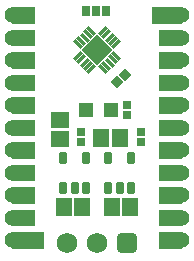
<source format=gts>
G04*
G04 #@! TF.GenerationSoftware,Altium Limited,Altium Designer,24.9.1 (31)*
G04*
G04 Layer_Color=8388736*
%FSLAX44Y44*%
%MOMM*%
G71*
G04*
G04 #@! TF.SameCoordinates,1131B7E0-D030-4B4C-AB5E-23B9FE94597F*
G04*
G04*
G04 #@! TF.FilePolarity,Negative*
G04*
G01*
G75*
%ADD15R,0.7000X0.7000*%
%ADD16R,1.2000X1.2000*%
G04:AMPARAMS|DCode=17|XSize=0.7mm|YSize=0.95mm|CornerRadius=0.1245mm|HoleSize=0mm|Usage=FLASHONLY|Rotation=180.000|XOffset=0mm|YOffset=0mm|HoleType=Round|Shape=RoundedRectangle|*
%AMROUNDEDRECTD17*
21,1,0.7000,0.7010,0,0,180.0*
21,1,0.4510,0.9500,0,0,180.0*
1,1,0.2490,-0.2255,0.3505*
1,1,0.2490,0.2255,0.3505*
1,1,0.2490,0.2255,-0.3505*
1,1,0.2490,-0.2255,-0.3505*
%
%ADD17ROUNDEDRECTD17*%
%ADD18R,1.4500X1.5500*%
%ADD19R,1.5500X1.4500*%
%ADD20R,0.7900X0.7500*%
%ADD21P,2.6163X4X180.0*%
G04:AMPARAMS|DCode=22|XSize=0.35mm|YSize=0.95mm|CornerRadius=0mm|HoleSize=0mm|Usage=FLASHONLY|Rotation=135.000|XOffset=0mm|YOffset=0mm|HoleType=Round|Shape=Round|*
%AMOVALD22*
21,1,0.6000,0.3500,0.0000,0.0000,225.0*
1,1,0.3500,0.2121,0.2121*
1,1,0.3500,-0.2121,-0.2121*
%
%ADD22OVALD22*%

G04:AMPARAMS|DCode=23|XSize=0.35mm|YSize=0.95mm|CornerRadius=0mm|HoleSize=0mm|Usage=FLASHONLY|Rotation=225.000|XOffset=0mm|YOffset=0mm|HoleType=Round|Shape=Round|*
%AMOVALD23*
21,1,0.6000,0.3500,0.0000,0.0000,315.0*
1,1,0.3500,-0.2121,0.2121*
1,1,0.3500,0.2121,-0.2121*
%
%ADD23OVALD23*%

G04:AMPARAMS|DCode=24|XSize=0.79mm|YSize=0.75mm|CornerRadius=0mm|HoleSize=0mm|Usage=FLASHONLY|Rotation=135.000|XOffset=0mm|YOffset=0mm|HoleType=Round|Shape=Rectangle|*
%AMROTATEDRECTD24*
4,1,4,0.5445,-0.0141,0.0141,-0.5445,-0.5445,0.0141,-0.0141,0.5445,0.5445,-0.0141,0.0*
%
%ADD24ROTATEDRECTD24*%

%ADD25R,0.7850X0.9120*%
%ADD26R,0.6580X0.9186*%
%ADD27R,0.7735X0.9120*%
%ADD28C,1.4200*%
%ADD29C,1.7500*%
G04:AMPARAMS|DCode=30|XSize=1.75mm|YSize=1.75mm|CornerRadius=0.475mm|HoleSize=0mm|Usage=FLASHONLY|Rotation=0.000|XOffset=0mm|YOffset=0mm|HoleType=Round|Shape=RoundedRectangle|*
%AMROUNDEDRECTD30*
21,1,1.7500,0.8000,0,0,0.0*
21,1,0.8000,1.7500,0,0,0.0*
1,1,0.9500,0.4000,-0.4000*
1,1,0.9500,-0.4000,-0.4000*
1,1,0.9500,-0.4000,0.4000*
1,1,0.9500,0.4000,0.4000*
%
%ADD30ROUNDEDRECTD30*%
G36*
X24998Y215833D02*
X25113Y215805D01*
X25222Y215760D01*
X25322Y215699D01*
X25412Y215622D01*
X25489Y215532D01*
X25550Y215432D01*
X25596Y215322D01*
X25623Y215208D01*
X25632Y215090D01*
Y202390D01*
X25623Y202272D01*
X25596Y202157D01*
X25550Y202048D01*
X25489Y201948D01*
X25412Y201858D01*
X25322Y201781D01*
X25222Y201720D01*
X25113Y201674D01*
X24998Y201647D01*
X24880Y201638D01*
X7100D01*
X7078Y201639D01*
X7056Y201639D01*
X7019Y201644D01*
X6982Y201647D01*
X6961Y201652D01*
X6939Y201655D01*
X6903Y201666D01*
X6867Y201674D01*
X6847Y201683D01*
X6826Y201689D01*
X6792Y201706D01*
X6758Y201720D01*
X6740Y201731D01*
X6719Y201741D01*
X6689Y201762D01*
X6658Y201781D01*
X6641Y201796D01*
X6623Y201808D01*
X6596Y201834D01*
X6568Y201858D01*
X6554Y201875D01*
X6538Y201890D01*
X6515Y201920D01*
X6491Y201948D01*
X6480Y201967D01*
X6466Y201984D01*
X6449Y202017D01*
X6430Y202048D01*
X6421Y202069D01*
X6411Y202089D01*
X6399Y202123D01*
X6385Y202157D01*
X6379Y202179D01*
X6372Y202200D01*
X6366Y202236D01*
X6357Y202272D01*
X6355Y202295D01*
X6351Y202316D01*
X6351Y202353D01*
X6348Y202390D01*
X6349Y202412D01*
X6349Y202434D01*
X6354Y202471D01*
X6357Y202508D01*
X6362Y202529D01*
X6365Y202551D01*
X6376Y202587D01*
X6385Y202623D01*
X6393Y202643D01*
X6399Y202664D01*
X6416Y202698D01*
X6430Y202732D01*
X6441Y202750D01*
X6451Y202771D01*
X6472Y202801D01*
X6491Y202832D01*
X6506Y202849D01*
X6518Y202867D01*
X6544Y202894D01*
X6568Y202922D01*
X6585Y202936D01*
X6600Y202952D01*
X6630Y202975D01*
X6658Y202999D01*
X6677Y203010D01*
X6694Y203024D01*
X6727Y203041D01*
X6758Y203060D01*
X6779Y203069D01*
X6798Y203079D01*
X6833Y203091D01*
X6867Y203106D01*
X6889Y203111D01*
X6910Y203118D01*
X6946Y203124D01*
X6982Y203133D01*
X7004Y203135D01*
X7026Y203139D01*
X8154Y203250D01*
X10202Y204098D01*
X11742Y205638D01*
X12576Y207651D01*
Y209829D01*
X11742Y211842D01*
X10202Y213382D01*
X8154Y214230D01*
X7026Y214341D01*
X7005Y214345D01*
X6982Y214347D01*
X6946Y214356D01*
X6910Y214362D01*
X6889Y214369D01*
X6867Y214375D01*
X6833Y214389D01*
X6798Y214401D01*
X6779Y214411D01*
X6758Y214420D01*
X6727Y214439D01*
X6694Y214456D01*
X6677Y214470D01*
X6658Y214481D01*
X6630Y214505D01*
X6600Y214528D01*
X6585Y214544D01*
X6568Y214558D01*
X6544Y214586D01*
X6518Y214613D01*
X6506Y214631D01*
X6491Y214648D01*
X6472Y214679D01*
X6451Y214710D01*
X6441Y214729D01*
X6430Y214748D01*
X6416Y214783D01*
X6399Y214816D01*
X6393Y214837D01*
X6385Y214858D01*
X6376Y214893D01*
X6365Y214929D01*
X6362Y214951D01*
X6357Y214972D01*
X6354Y215009D01*
X6349Y215046D01*
X6349Y215068D01*
X6348Y215090D01*
X6351Y215127D01*
X6351Y215164D01*
X6355Y215186D01*
X6357Y215208D01*
X6366Y215244D01*
X6372Y215280D01*
X6379Y215301D01*
X6385Y215322D01*
X6399Y215357D01*
X6411Y215392D01*
X6421Y215411D01*
X6430Y215432D01*
X6449Y215463D01*
X6466Y215496D01*
X6480Y215513D01*
X6491Y215532D01*
X6515Y215560D01*
X6538Y215590D01*
X6554Y215605D01*
X6568Y215622D01*
X6596Y215646D01*
X6623Y215672D01*
X6641Y215684D01*
X6658Y215699D01*
X6689Y215718D01*
X6720Y215739D01*
X6739Y215749D01*
X6758Y215760D01*
X6793Y215774D01*
X6826Y215791D01*
X6847Y215797D01*
X6867Y215805D01*
X6903Y215814D01*
X6939Y215825D01*
X6961Y215828D01*
X6982Y215833D01*
X7019Y215836D01*
X7056Y215841D01*
X7078Y215841D01*
X7100Y215842D01*
X24880D01*
X24998Y215833D01*
D02*
G37*
G36*
X149362Y215841D02*
X149384Y215841D01*
X149421Y215836D01*
X149458Y215833D01*
X149479Y215828D01*
X149501Y215825D01*
X149537Y215814D01*
X149572Y215805D01*
X149593Y215797D01*
X149614Y215791D01*
X149647Y215774D01*
X149682Y215760D01*
X149701Y215749D01*
X149720Y215739D01*
X149751Y215718D01*
X149782Y215699D01*
X149799Y215684D01*
X149817Y215672D01*
X149844Y215646D01*
X149872Y215622D01*
X149886Y215605D01*
X149902Y215590D01*
X149925Y215560D01*
X149949Y215532D01*
X149960Y215513D01*
X149974Y215496D01*
X149991Y215463D01*
X150010Y215432D01*
X150019Y215411D01*
X150029Y215392D01*
X150041Y215357D01*
X150056Y215322D01*
X150061Y215301D01*
X150068Y215280D01*
X150074Y215244D01*
X150083Y215208D01*
X150085Y215186D01*
X150089Y215164D01*
X150089Y215127D01*
X150092Y215090D01*
X150091Y215068D01*
X150091Y215046D01*
X150086Y215009D01*
X150083Y214972D01*
X150078Y214951D01*
X150075Y214929D01*
X150064Y214893D01*
X150056Y214858D01*
X150047Y214837D01*
X150041Y214816D01*
X150024Y214783D01*
X150010Y214748D01*
X149999Y214729D01*
X149989Y214710D01*
X149968Y214679D01*
X149949Y214648D01*
X149934Y214631D01*
X149922Y214613D01*
X149896Y214586D01*
X149872Y214558D01*
X149855Y214544D01*
X149840Y214528D01*
X149810Y214505D01*
X149782Y214481D01*
X149763Y214470D01*
X149746Y214456D01*
X149713Y214439D01*
X149682Y214420D01*
X149661Y214411D01*
X149642Y214401D01*
X149607Y214389D01*
X149572Y214375D01*
X149551Y214369D01*
X149530Y214362D01*
X149494Y214356D01*
X149458Y214347D01*
X149436Y214345D01*
X149414Y214341D01*
X148286Y214230D01*
X146238Y213382D01*
X144698Y211842D01*
X143864Y209829D01*
Y207651D01*
X144698Y205638D01*
X146238Y204098D01*
X148286Y203250D01*
X149414Y203139D01*
X149436Y203135D01*
X149458Y203133D01*
X149494Y203124D01*
X149530Y203118D01*
X149551Y203111D01*
X149572Y203106D01*
X149607Y203091D01*
X149642Y203079D01*
X149661Y203069D01*
X149682Y203060D01*
X149713Y203041D01*
X149746Y203024D01*
X149763Y203010D01*
X149782Y202999D01*
X149810Y202975D01*
X149840Y202952D01*
X149855Y202936D01*
X149872Y202922D01*
X149896Y202894D01*
X149922Y202867D01*
X149934Y202849D01*
X149949Y202832D01*
X149968Y202801D01*
X149989Y202771D01*
X149999Y202750D01*
X150010Y202732D01*
X150024Y202698D01*
X150041Y202664D01*
X150047Y202643D01*
X150056Y202623D01*
X150064Y202587D01*
X150075Y202551D01*
X150078Y202529D01*
X150083Y202508D01*
X150086Y202471D01*
X150091Y202434D01*
X150091Y202412D01*
X150092Y202390D01*
X150089Y202353D01*
X150089Y202316D01*
X150085Y202295D01*
X150083Y202272D01*
X150074Y202236D01*
X150068Y202200D01*
X150061Y202179D01*
X150056Y202157D01*
X150041Y202123D01*
X150029Y202089D01*
X150019Y202069D01*
X150010Y202048D01*
X149991Y202017D01*
X149974Y201984D01*
X149960Y201967D01*
X149949Y201948D01*
X149925Y201920D01*
X149902Y201890D01*
X149886Y201875D01*
X149872Y201858D01*
X149844Y201834D01*
X149817Y201808D01*
X149799Y201796D01*
X149782Y201781D01*
X149751Y201762D01*
X149720Y201741D01*
X149700Y201731D01*
X149682Y201720D01*
X149648Y201706D01*
X149614Y201689D01*
X149593Y201683D01*
X149572Y201674D01*
X149537Y201666D01*
X149501Y201655D01*
X149479Y201652D01*
X149458Y201647D01*
X149421Y201644D01*
X149384Y201639D01*
X149362Y201639D01*
X149340Y201638D01*
X125210D01*
X125092Y201647D01*
X124978Y201674D01*
X124868Y201720D01*
X124768Y201781D01*
X124678Y201858D01*
X124601Y201948D01*
X124540Y202048D01*
X124494Y202157D01*
X124467Y202272D01*
X124458Y202390D01*
Y215090D01*
X124467Y215208D01*
X124494Y215322D01*
X124540Y215432D01*
X124601Y215532D01*
X124678Y215622D01*
X124768Y215699D01*
X124868Y215760D01*
X124978Y215805D01*
X125092Y215833D01*
X125210Y215842D01*
X149340D01*
X149362Y215841D01*
D02*
G37*
G36*
X24998Y196783D02*
X25113Y196756D01*
X25222Y196710D01*
X25322Y196649D01*
X25412Y196572D01*
X25489Y196482D01*
X25550Y196382D01*
X25596Y196273D01*
X25623Y196158D01*
X25632Y196040D01*
Y183340D01*
X25623Y183222D01*
X25596Y183107D01*
X25550Y182999D01*
X25489Y182898D01*
X25412Y182808D01*
X25322Y182731D01*
X25222Y182670D01*
X25113Y182624D01*
X24998Y182597D01*
X24880Y182588D01*
X7100D01*
X7078Y182589D01*
X7056Y182589D01*
X7019Y182594D01*
X6982Y182597D01*
X6961Y182602D01*
X6939Y182605D01*
X6903Y182616D01*
X6867Y182624D01*
X6847Y182633D01*
X6826Y182639D01*
X6792Y182656D01*
X6758Y182670D01*
X6740Y182681D01*
X6719Y182691D01*
X6689Y182712D01*
X6658Y182731D01*
X6641Y182746D01*
X6623Y182759D01*
X6596Y182784D01*
X6568Y182808D01*
X6554Y182825D01*
X6538Y182840D01*
X6515Y182870D01*
X6491Y182898D01*
X6480Y182917D01*
X6466Y182934D01*
X6449Y182967D01*
X6430Y182999D01*
X6421Y183019D01*
X6411Y183039D01*
X6399Y183073D01*
X6385Y183107D01*
X6379Y183129D01*
X6372Y183150D01*
X6366Y183186D01*
X6357Y183222D01*
X6355Y183244D01*
X6351Y183266D01*
X6351Y183303D01*
X6348Y183340D01*
X6349Y183362D01*
X6349Y183384D01*
X6354Y183421D01*
X6357Y183458D01*
X6362Y183479D01*
X6365Y183501D01*
X6376Y183537D01*
X6385Y183573D01*
X6393Y183593D01*
X6399Y183614D01*
X6416Y183648D01*
X6430Y183682D01*
X6441Y183701D01*
X6451Y183720D01*
X6472Y183751D01*
X6491Y183782D01*
X6506Y183799D01*
X6518Y183817D01*
X6544Y183844D01*
X6568Y183872D01*
X6585Y183886D01*
X6600Y183902D01*
X6630Y183925D01*
X6658Y183949D01*
X6677Y183960D01*
X6694Y183974D01*
X6727Y183991D01*
X6758Y184010D01*
X6779Y184019D01*
X6798Y184029D01*
X6833Y184041D01*
X6867Y184056D01*
X6889Y184061D01*
X6910Y184068D01*
X6946Y184074D01*
X6982Y184083D01*
X7004Y184085D01*
X7026Y184089D01*
X8154Y184200D01*
X10202Y185048D01*
X11742Y186588D01*
X12576Y188601D01*
Y190779D01*
X11742Y192792D01*
X10202Y194332D01*
X8154Y195180D01*
X7026Y195291D01*
X7005Y195295D01*
X6982Y195297D01*
X6946Y195306D01*
X6910Y195312D01*
X6889Y195319D01*
X6867Y195324D01*
X6833Y195339D01*
X6798Y195351D01*
X6779Y195361D01*
X6758Y195370D01*
X6727Y195389D01*
X6694Y195406D01*
X6677Y195420D01*
X6658Y195431D01*
X6630Y195455D01*
X6600Y195478D01*
X6585Y195494D01*
X6568Y195508D01*
X6544Y195536D01*
X6518Y195563D01*
X6506Y195581D01*
X6491Y195598D01*
X6472Y195629D01*
X6451Y195660D01*
X6441Y195679D01*
X6430Y195699D01*
X6416Y195733D01*
X6399Y195766D01*
X6393Y195787D01*
X6385Y195807D01*
X6376Y195843D01*
X6365Y195879D01*
X6362Y195901D01*
X6357Y195922D01*
X6354Y195959D01*
X6349Y195996D01*
X6349Y196018D01*
X6348Y196040D01*
X6351Y196077D01*
X6351Y196114D01*
X6355Y196136D01*
X6357Y196158D01*
X6366Y196194D01*
X6372Y196230D01*
X6379Y196251D01*
X6385Y196273D01*
X6399Y196307D01*
X6411Y196341D01*
X6421Y196361D01*
X6430Y196382D01*
X6449Y196413D01*
X6466Y196446D01*
X6480Y196463D01*
X6491Y196482D01*
X6515Y196510D01*
X6538Y196540D01*
X6554Y196555D01*
X6568Y196572D01*
X6596Y196596D01*
X6623Y196622D01*
X6641Y196634D01*
X6658Y196649D01*
X6689Y196668D01*
X6720Y196689D01*
X6739Y196699D01*
X6758Y196710D01*
X6793Y196724D01*
X6826Y196741D01*
X6847Y196747D01*
X6867Y196756D01*
X6903Y196764D01*
X6939Y196775D01*
X6961Y196778D01*
X6982Y196783D01*
X7019Y196786D01*
X7056Y196791D01*
X7078Y196791D01*
X7100Y196792D01*
X24880D01*
X24998Y196783D01*
D02*
G37*
G36*
X149362Y196791D02*
X149384Y196791D01*
X149421Y196786D01*
X149458Y196783D01*
X149479Y196778D01*
X149501Y196775D01*
X149537Y196764D01*
X149572Y196756D01*
X149593Y196747D01*
X149614Y196741D01*
X149647Y196724D01*
X149682Y196710D01*
X149701Y196699D01*
X149720Y196689D01*
X149751Y196668D01*
X149782Y196649D01*
X149799Y196634D01*
X149817Y196622D01*
X149844Y196596D01*
X149872Y196572D01*
X149886Y196555D01*
X149902Y196540D01*
X149925Y196510D01*
X149949Y196482D01*
X149960Y196463D01*
X149974Y196446D01*
X149991Y196413D01*
X150010Y196382D01*
X150019Y196361D01*
X150029Y196341D01*
X150041Y196307D01*
X150056Y196273D01*
X150061Y196251D01*
X150068Y196230D01*
X150074Y196194D01*
X150083Y196158D01*
X150085Y196136D01*
X150089Y196114D01*
X150089Y196077D01*
X150092Y196040D01*
X150091Y196018D01*
X150091Y195996D01*
X150086Y195959D01*
X150083Y195922D01*
X150078Y195901D01*
X150075Y195879D01*
X150064Y195843D01*
X150056Y195807D01*
X150047Y195787D01*
X150041Y195766D01*
X150024Y195733D01*
X150010Y195699D01*
X149999Y195679D01*
X149989Y195660D01*
X149968Y195629D01*
X149949Y195598D01*
X149934Y195581D01*
X149922Y195563D01*
X149896Y195536D01*
X149872Y195508D01*
X149855Y195494D01*
X149840Y195478D01*
X149810Y195455D01*
X149782Y195431D01*
X149763Y195420D01*
X149746Y195406D01*
X149713Y195389D01*
X149682Y195370D01*
X149661Y195361D01*
X149642Y195351D01*
X149607Y195339D01*
X149572Y195324D01*
X149551Y195319D01*
X149530Y195312D01*
X149494Y195306D01*
X149458Y195297D01*
X149436Y195295D01*
X149414Y195291D01*
X148286Y195180D01*
X146238Y194332D01*
X144698Y192792D01*
X143864Y190779D01*
Y188601D01*
X144698Y186588D01*
X146238Y185048D01*
X148286Y184200D01*
X149414Y184089D01*
X149436Y184085D01*
X149458Y184083D01*
X149494Y184074D01*
X149530Y184068D01*
X149551Y184061D01*
X149572Y184056D01*
X149607Y184041D01*
X149642Y184029D01*
X149661Y184019D01*
X149682Y184010D01*
X149713Y183991D01*
X149746Y183974D01*
X149763Y183960D01*
X149782Y183949D01*
X149810Y183925D01*
X149840Y183902D01*
X149855Y183886D01*
X149872Y183872D01*
X149896Y183844D01*
X149922Y183817D01*
X149934Y183799D01*
X149949Y183782D01*
X149968Y183751D01*
X149989Y183720D01*
X149999Y183701D01*
X150010Y183682D01*
X150024Y183648D01*
X150041Y183614D01*
X150047Y183593D01*
X150056Y183573D01*
X150064Y183537D01*
X150075Y183501D01*
X150078Y183479D01*
X150083Y183458D01*
X150086Y183421D01*
X150091Y183384D01*
X150091Y183362D01*
X150092Y183340D01*
X150089Y183303D01*
X150089Y183266D01*
X150085Y183244D01*
X150083Y183222D01*
X150074Y183186D01*
X150068Y183150D01*
X150061Y183129D01*
X150056Y183107D01*
X150041Y183073D01*
X150029Y183039D01*
X150019Y183019D01*
X150010Y182999D01*
X149991Y182967D01*
X149974Y182934D01*
X149960Y182917D01*
X149949Y182898D01*
X149925Y182870D01*
X149902Y182840D01*
X149886Y182825D01*
X149872Y182808D01*
X149844Y182784D01*
X149817Y182759D01*
X149799Y182746D01*
X149782Y182731D01*
X149751Y182712D01*
X149720Y182691D01*
X149700Y182681D01*
X149682Y182670D01*
X149648Y182656D01*
X149614Y182639D01*
X149593Y182633D01*
X149572Y182624D01*
X149537Y182616D01*
X149501Y182605D01*
X149479Y182602D01*
X149458Y182597D01*
X149421Y182594D01*
X149384Y182589D01*
X149362Y182589D01*
X149340Y182588D01*
X131560D01*
X131442Y182597D01*
X131327Y182624D01*
X131219Y182670D01*
X131118Y182731D01*
X131028Y182808D01*
X130951Y182898D01*
X130890Y182999D01*
X130844Y183107D01*
X130817Y183222D01*
X130808Y183340D01*
Y196040D01*
X130817Y196158D01*
X130844Y196273D01*
X130890Y196382D01*
X130951Y196482D01*
X131028Y196572D01*
X131118Y196649D01*
X131219Y196710D01*
X131327Y196756D01*
X131442Y196783D01*
X131560Y196792D01*
X149340D01*
X149362Y196791D01*
D02*
G37*
G36*
X24998Y177733D02*
X25113Y177705D01*
X25222Y177660D01*
X25322Y177599D01*
X25412Y177522D01*
X25489Y177432D01*
X25550Y177332D01*
X25596Y177222D01*
X25623Y177108D01*
X25632Y176990D01*
Y164290D01*
X25623Y164172D01*
X25596Y164058D01*
X25550Y163948D01*
X25489Y163848D01*
X25412Y163758D01*
X25322Y163681D01*
X25222Y163620D01*
X25113Y163575D01*
X24998Y163547D01*
X24880Y163538D01*
X7100D01*
X7078Y163539D01*
X7056Y163539D01*
X7019Y163544D01*
X6982Y163547D01*
X6961Y163552D01*
X6939Y163555D01*
X6903Y163566D01*
X6867Y163575D01*
X6847Y163583D01*
X6826Y163589D01*
X6792Y163606D01*
X6758Y163620D01*
X6740Y163631D01*
X6719Y163641D01*
X6689Y163662D01*
X6658Y163681D01*
X6641Y163696D01*
X6623Y163708D01*
X6596Y163734D01*
X6568Y163758D01*
X6554Y163775D01*
X6538Y163790D01*
X6515Y163820D01*
X6491Y163848D01*
X6480Y163867D01*
X6466Y163884D01*
X6449Y163917D01*
X6430Y163948D01*
X6421Y163969D01*
X6411Y163988D01*
X6399Y164023D01*
X6385Y164058D01*
X6379Y164079D01*
X6372Y164100D01*
X6366Y164136D01*
X6357Y164172D01*
X6355Y164195D01*
X6351Y164216D01*
X6351Y164253D01*
X6348Y164290D01*
X6349Y164312D01*
X6349Y164334D01*
X6354Y164371D01*
X6357Y164408D01*
X6362Y164429D01*
X6365Y164451D01*
X6376Y164487D01*
X6385Y164522D01*
X6393Y164543D01*
X6399Y164564D01*
X6416Y164598D01*
X6430Y164632D01*
X6441Y164650D01*
X6451Y164671D01*
X6472Y164701D01*
X6491Y164732D01*
X6506Y164749D01*
X6518Y164767D01*
X6544Y164794D01*
X6568Y164822D01*
X6585Y164836D01*
X6600Y164852D01*
X6630Y164875D01*
X6658Y164899D01*
X6677Y164910D01*
X6694Y164924D01*
X6727Y164941D01*
X6758Y164960D01*
X6779Y164969D01*
X6798Y164979D01*
X6833Y164991D01*
X6867Y165005D01*
X6889Y165011D01*
X6910Y165018D01*
X6946Y165024D01*
X6982Y165033D01*
X7004Y165035D01*
X7026Y165039D01*
X8154Y165150D01*
X10202Y165998D01*
X11742Y167538D01*
X12576Y169551D01*
Y171729D01*
X11742Y173742D01*
X10202Y175282D01*
X8154Y176130D01*
X7026Y176241D01*
X7005Y176245D01*
X6982Y176247D01*
X6946Y176256D01*
X6910Y176262D01*
X6889Y176269D01*
X6867Y176275D01*
X6833Y176289D01*
X6798Y176301D01*
X6779Y176311D01*
X6758Y176320D01*
X6727Y176339D01*
X6694Y176356D01*
X6677Y176370D01*
X6658Y176381D01*
X6630Y176405D01*
X6600Y176428D01*
X6585Y176444D01*
X6568Y176458D01*
X6544Y176486D01*
X6518Y176513D01*
X6506Y176531D01*
X6491Y176548D01*
X6472Y176579D01*
X6451Y176610D01*
X6441Y176629D01*
X6430Y176649D01*
X6416Y176683D01*
X6399Y176716D01*
X6393Y176737D01*
X6385Y176758D01*
X6376Y176793D01*
X6365Y176829D01*
X6362Y176851D01*
X6357Y176872D01*
X6354Y176909D01*
X6349Y176946D01*
X6349Y176968D01*
X6348Y176990D01*
X6351Y177027D01*
X6351Y177064D01*
X6355Y177086D01*
X6357Y177108D01*
X6366Y177144D01*
X6372Y177180D01*
X6379Y177201D01*
X6385Y177222D01*
X6399Y177257D01*
X6411Y177292D01*
X6421Y177311D01*
X6430Y177332D01*
X6449Y177363D01*
X6466Y177396D01*
X6480Y177413D01*
X6491Y177432D01*
X6515Y177460D01*
X6538Y177490D01*
X6554Y177505D01*
X6568Y177522D01*
X6596Y177546D01*
X6623Y177572D01*
X6641Y177584D01*
X6658Y177599D01*
X6689Y177618D01*
X6720Y177639D01*
X6739Y177649D01*
X6758Y177660D01*
X6793Y177675D01*
X6826Y177691D01*
X6847Y177697D01*
X6867Y177705D01*
X6903Y177714D01*
X6939Y177725D01*
X6961Y177728D01*
X6982Y177733D01*
X7019Y177736D01*
X7056Y177741D01*
X7078Y177741D01*
X7100Y177742D01*
X24880D01*
X24998Y177733D01*
D02*
G37*
G36*
X149362Y177741D02*
X149384Y177741D01*
X149421Y177736D01*
X149458Y177733D01*
X149479Y177728D01*
X149501Y177725D01*
X149537Y177714D01*
X149572Y177705D01*
X149593Y177697D01*
X149614Y177691D01*
X149647Y177675D01*
X149682Y177660D01*
X149701Y177649D01*
X149720Y177639D01*
X149751Y177618D01*
X149782Y177599D01*
X149799Y177584D01*
X149817Y177572D01*
X149844Y177546D01*
X149872Y177522D01*
X149886Y177505D01*
X149902Y177490D01*
X149925Y177460D01*
X149949Y177432D01*
X149960Y177413D01*
X149974Y177396D01*
X149991Y177363D01*
X150010Y177332D01*
X150019Y177311D01*
X150029Y177292D01*
X150041Y177257D01*
X150056Y177222D01*
X150061Y177201D01*
X150068Y177180D01*
X150074Y177144D01*
X150083Y177108D01*
X150085Y177086D01*
X150089Y177064D01*
X150089Y177027D01*
X150092Y176990D01*
X150091Y176968D01*
X150091Y176946D01*
X150086Y176909D01*
X150083Y176872D01*
X150078Y176851D01*
X150075Y176829D01*
X150064Y176793D01*
X150056Y176758D01*
X150047Y176737D01*
X150041Y176716D01*
X150024Y176683D01*
X150010Y176649D01*
X149999Y176629D01*
X149989Y176610D01*
X149968Y176579D01*
X149949Y176548D01*
X149934Y176531D01*
X149922Y176513D01*
X149896Y176486D01*
X149872Y176458D01*
X149855Y176444D01*
X149840Y176428D01*
X149810Y176405D01*
X149782Y176381D01*
X149763Y176370D01*
X149746Y176356D01*
X149713Y176339D01*
X149682Y176320D01*
X149661Y176311D01*
X149642Y176301D01*
X149607Y176289D01*
X149572Y176275D01*
X149551Y176269D01*
X149530Y176262D01*
X149494Y176256D01*
X149458Y176247D01*
X149436Y176245D01*
X149414Y176241D01*
X148286Y176130D01*
X146238Y175282D01*
X144698Y173742D01*
X143864Y171729D01*
Y169551D01*
X144698Y167538D01*
X146238Y165998D01*
X148286Y165150D01*
X149414Y165039D01*
X149436Y165035D01*
X149458Y165033D01*
X149494Y165024D01*
X149530Y165018D01*
X149551Y165011D01*
X149572Y165005D01*
X149607Y164991D01*
X149642Y164979D01*
X149661Y164969D01*
X149682Y164960D01*
X149713Y164941D01*
X149746Y164924D01*
X149763Y164910D01*
X149782Y164899D01*
X149810Y164875D01*
X149840Y164852D01*
X149855Y164836D01*
X149872Y164822D01*
X149896Y164794D01*
X149922Y164767D01*
X149934Y164749D01*
X149949Y164732D01*
X149968Y164701D01*
X149989Y164671D01*
X149999Y164650D01*
X150010Y164632D01*
X150024Y164598D01*
X150041Y164564D01*
X150047Y164543D01*
X150056Y164522D01*
X150064Y164487D01*
X150075Y164451D01*
X150078Y164429D01*
X150083Y164408D01*
X150086Y164371D01*
X150091Y164334D01*
X150091Y164312D01*
X150092Y164290D01*
X150089Y164253D01*
X150089Y164216D01*
X150085Y164195D01*
X150083Y164172D01*
X150074Y164136D01*
X150068Y164100D01*
X150061Y164079D01*
X150056Y164058D01*
X150041Y164023D01*
X150029Y163988D01*
X150019Y163969D01*
X150010Y163948D01*
X149991Y163917D01*
X149974Y163884D01*
X149960Y163867D01*
X149949Y163848D01*
X149925Y163820D01*
X149902Y163790D01*
X149886Y163775D01*
X149872Y163758D01*
X149844Y163734D01*
X149817Y163708D01*
X149799Y163696D01*
X149782Y163681D01*
X149751Y163662D01*
X149720Y163641D01*
X149700Y163631D01*
X149682Y163620D01*
X149648Y163606D01*
X149614Y163589D01*
X149593Y163583D01*
X149572Y163575D01*
X149537Y163566D01*
X149501Y163555D01*
X149479Y163552D01*
X149458Y163547D01*
X149421Y163544D01*
X149384Y163539D01*
X149362Y163539D01*
X149340Y163538D01*
X131560D01*
X131442Y163547D01*
X131327Y163575D01*
X131219Y163620D01*
X131118Y163681D01*
X131028Y163758D01*
X130951Y163848D01*
X130890Y163948D01*
X130844Y164058D01*
X130817Y164172D01*
X130808Y164290D01*
Y176990D01*
X130817Y177108D01*
X130844Y177222D01*
X130890Y177332D01*
X130951Y177432D01*
X131028Y177522D01*
X131118Y177599D01*
X131219Y177660D01*
X131327Y177705D01*
X131442Y177733D01*
X131560Y177742D01*
X149340D01*
X149362Y177741D01*
D02*
G37*
G36*
X24998Y158683D02*
X25113Y158656D01*
X25222Y158610D01*
X25322Y158549D01*
X25412Y158472D01*
X25489Y158382D01*
X25550Y158282D01*
X25596Y158173D01*
X25623Y158058D01*
X25632Y157940D01*
Y145240D01*
X25623Y145122D01*
X25596Y145007D01*
X25550Y144899D01*
X25489Y144798D01*
X25412Y144708D01*
X25322Y144631D01*
X25222Y144570D01*
X25113Y144524D01*
X24998Y144497D01*
X24880Y144488D01*
X7100D01*
X7078Y144489D01*
X7056Y144489D01*
X7019Y144494D01*
X6982Y144497D01*
X6961Y144502D01*
X6939Y144505D01*
X6903Y144516D01*
X6867Y144524D01*
X6847Y144533D01*
X6826Y144539D01*
X6792Y144556D01*
X6758Y144570D01*
X6740Y144581D01*
X6719Y144591D01*
X6689Y144612D01*
X6658Y144631D01*
X6641Y144646D01*
X6623Y144658D01*
X6596Y144684D01*
X6568Y144708D01*
X6554Y144725D01*
X6538Y144740D01*
X6515Y144770D01*
X6491Y144798D01*
X6480Y144817D01*
X6466Y144834D01*
X6449Y144867D01*
X6430Y144899D01*
X6421Y144919D01*
X6411Y144938D01*
X6399Y144973D01*
X6385Y145007D01*
X6379Y145029D01*
X6372Y145050D01*
X6366Y145086D01*
X6357Y145122D01*
X6355Y145145D01*
X6351Y145166D01*
X6351Y145203D01*
X6348Y145240D01*
X6349Y145262D01*
X6349Y145284D01*
X6354Y145321D01*
X6357Y145358D01*
X6362Y145379D01*
X6365Y145401D01*
X6376Y145437D01*
X6385Y145472D01*
X6393Y145493D01*
X6399Y145514D01*
X6416Y145548D01*
X6430Y145582D01*
X6441Y145601D01*
X6451Y145620D01*
X6472Y145651D01*
X6491Y145682D01*
X6506Y145699D01*
X6518Y145717D01*
X6544Y145744D01*
X6568Y145772D01*
X6585Y145786D01*
X6600Y145802D01*
X6630Y145825D01*
X6658Y145849D01*
X6677Y145860D01*
X6694Y145874D01*
X6727Y145891D01*
X6758Y145910D01*
X6779Y145919D01*
X6798Y145929D01*
X6833Y145941D01*
X6867Y145955D01*
X6889Y145961D01*
X6910Y145968D01*
X6946Y145974D01*
X6982Y145983D01*
X7004Y145985D01*
X7026Y145989D01*
X8154Y146100D01*
X10202Y146948D01*
X11742Y148488D01*
X12576Y150501D01*
Y152679D01*
X11742Y154692D01*
X10202Y156232D01*
X8154Y157080D01*
X7026Y157191D01*
X7005Y157195D01*
X6982Y157197D01*
X6946Y157206D01*
X6910Y157212D01*
X6889Y157219D01*
X6867Y157225D01*
X6833Y157239D01*
X6798Y157251D01*
X6779Y157261D01*
X6758Y157270D01*
X6727Y157289D01*
X6694Y157306D01*
X6677Y157320D01*
X6658Y157331D01*
X6630Y157355D01*
X6600Y157378D01*
X6585Y157394D01*
X6568Y157408D01*
X6544Y157436D01*
X6518Y157463D01*
X6506Y157481D01*
X6491Y157498D01*
X6472Y157529D01*
X6451Y157560D01*
X6441Y157579D01*
X6430Y157598D01*
X6416Y157633D01*
X6399Y157666D01*
X6393Y157687D01*
X6385Y157708D01*
X6376Y157743D01*
X6365Y157779D01*
X6362Y157801D01*
X6357Y157822D01*
X6354Y157859D01*
X6349Y157896D01*
X6349Y157918D01*
X6348Y157940D01*
X6351Y157977D01*
X6351Y158014D01*
X6355Y158036D01*
X6357Y158058D01*
X6366Y158094D01*
X6372Y158130D01*
X6379Y158151D01*
X6385Y158173D01*
X6399Y158207D01*
X6411Y158242D01*
X6421Y158261D01*
X6430Y158282D01*
X6449Y158313D01*
X6466Y158346D01*
X6480Y158363D01*
X6491Y158382D01*
X6515Y158410D01*
X6538Y158440D01*
X6554Y158455D01*
X6568Y158472D01*
X6596Y158496D01*
X6623Y158522D01*
X6641Y158534D01*
X6658Y158549D01*
X6689Y158568D01*
X6720Y158589D01*
X6739Y158599D01*
X6758Y158610D01*
X6793Y158624D01*
X6826Y158641D01*
X6847Y158647D01*
X6867Y158656D01*
X6903Y158664D01*
X6939Y158675D01*
X6961Y158678D01*
X6982Y158683D01*
X7019Y158686D01*
X7056Y158691D01*
X7078Y158691D01*
X7100Y158692D01*
X24880D01*
X24998Y158683D01*
D02*
G37*
G36*
X149362Y158691D02*
X149384Y158691D01*
X149421Y158686D01*
X149458Y158683D01*
X149479Y158678D01*
X149501Y158675D01*
X149537Y158664D01*
X149572Y158656D01*
X149593Y158647D01*
X149614Y158641D01*
X149647Y158624D01*
X149682Y158610D01*
X149701Y158599D01*
X149720Y158589D01*
X149751Y158568D01*
X149782Y158549D01*
X149799Y158534D01*
X149817Y158522D01*
X149844Y158496D01*
X149872Y158472D01*
X149886Y158455D01*
X149902Y158440D01*
X149925Y158410D01*
X149949Y158382D01*
X149960Y158363D01*
X149974Y158346D01*
X149991Y158313D01*
X150010Y158282D01*
X150019Y158261D01*
X150029Y158242D01*
X150041Y158207D01*
X150056Y158173D01*
X150061Y158151D01*
X150068Y158130D01*
X150074Y158094D01*
X150083Y158058D01*
X150085Y158036D01*
X150089Y158014D01*
X150089Y157977D01*
X150092Y157940D01*
X150091Y157918D01*
X150091Y157896D01*
X150086Y157859D01*
X150083Y157822D01*
X150078Y157801D01*
X150075Y157779D01*
X150064Y157743D01*
X150056Y157708D01*
X150047Y157687D01*
X150041Y157666D01*
X150024Y157633D01*
X150010Y157598D01*
X149999Y157579D01*
X149989Y157560D01*
X149968Y157529D01*
X149949Y157498D01*
X149934Y157481D01*
X149922Y157463D01*
X149896Y157436D01*
X149872Y157408D01*
X149855Y157394D01*
X149840Y157378D01*
X149810Y157355D01*
X149782Y157331D01*
X149763Y157320D01*
X149746Y157306D01*
X149713Y157289D01*
X149682Y157270D01*
X149661Y157261D01*
X149642Y157251D01*
X149607Y157239D01*
X149572Y157225D01*
X149551Y157219D01*
X149530Y157212D01*
X149494Y157206D01*
X149458Y157197D01*
X149436Y157195D01*
X149414Y157191D01*
X148286Y157080D01*
X146238Y156232D01*
X144698Y154692D01*
X143864Y152679D01*
Y150501D01*
X144698Y148488D01*
X146238Y146948D01*
X148286Y146100D01*
X149414Y145989D01*
X149436Y145985D01*
X149458Y145983D01*
X149494Y145974D01*
X149530Y145968D01*
X149551Y145961D01*
X149572Y145955D01*
X149607Y145941D01*
X149642Y145929D01*
X149661Y145919D01*
X149682Y145910D01*
X149713Y145891D01*
X149746Y145874D01*
X149763Y145860D01*
X149782Y145849D01*
X149810Y145825D01*
X149840Y145802D01*
X149855Y145786D01*
X149872Y145772D01*
X149896Y145744D01*
X149922Y145717D01*
X149934Y145699D01*
X149949Y145682D01*
X149968Y145651D01*
X149989Y145620D01*
X149999Y145601D01*
X150010Y145582D01*
X150024Y145548D01*
X150041Y145514D01*
X150047Y145493D01*
X150056Y145472D01*
X150064Y145437D01*
X150075Y145401D01*
X150078Y145379D01*
X150083Y145358D01*
X150086Y145321D01*
X150091Y145284D01*
X150091Y145262D01*
X150092Y145240D01*
X150089Y145203D01*
X150089Y145166D01*
X150085Y145145D01*
X150083Y145122D01*
X150074Y145086D01*
X150068Y145050D01*
X150061Y145029D01*
X150056Y145007D01*
X150041Y144973D01*
X150029Y144938D01*
X150019Y144919D01*
X150010Y144899D01*
X149991Y144867D01*
X149974Y144834D01*
X149960Y144817D01*
X149949Y144798D01*
X149925Y144770D01*
X149902Y144740D01*
X149886Y144725D01*
X149872Y144708D01*
X149844Y144684D01*
X149817Y144658D01*
X149799Y144646D01*
X149782Y144631D01*
X149751Y144612D01*
X149720Y144591D01*
X149700Y144581D01*
X149682Y144570D01*
X149648Y144556D01*
X149614Y144539D01*
X149593Y144533D01*
X149572Y144524D01*
X149537Y144516D01*
X149501Y144505D01*
X149479Y144502D01*
X149458Y144497D01*
X149421Y144494D01*
X149384Y144489D01*
X149362Y144489D01*
X149340Y144488D01*
X131560D01*
X131442Y144497D01*
X131327Y144524D01*
X131219Y144570D01*
X131118Y144631D01*
X131028Y144708D01*
X130951Y144798D01*
X130890Y144899D01*
X130844Y145007D01*
X130817Y145122D01*
X130808Y145240D01*
Y157940D01*
X130817Y158058D01*
X130844Y158173D01*
X130890Y158282D01*
X130951Y158382D01*
X131028Y158472D01*
X131118Y158549D01*
X131219Y158610D01*
X131327Y158656D01*
X131442Y158683D01*
X131560Y158692D01*
X149340D01*
X149362Y158691D01*
D02*
G37*
G36*
X24998Y139633D02*
X25113Y139606D01*
X25222Y139560D01*
X25322Y139499D01*
X25412Y139422D01*
X25489Y139332D01*
X25550Y139232D01*
X25596Y139122D01*
X25623Y139008D01*
X25632Y138890D01*
Y126190D01*
X25623Y126072D01*
X25596Y125957D01*
X25550Y125849D01*
X25489Y125748D01*
X25412Y125658D01*
X25322Y125581D01*
X25222Y125520D01*
X25113Y125475D01*
X24998Y125447D01*
X24880Y125438D01*
X7100D01*
X7078Y125439D01*
X7056Y125439D01*
X7019Y125444D01*
X6982Y125447D01*
X6961Y125452D01*
X6939Y125455D01*
X6903Y125466D01*
X6867Y125475D01*
X6847Y125483D01*
X6826Y125489D01*
X6792Y125506D01*
X6758Y125520D01*
X6740Y125531D01*
X6719Y125541D01*
X6689Y125562D01*
X6658Y125581D01*
X6641Y125596D01*
X6623Y125609D01*
X6596Y125634D01*
X6568Y125658D01*
X6554Y125675D01*
X6538Y125690D01*
X6515Y125720D01*
X6491Y125748D01*
X6480Y125767D01*
X6466Y125784D01*
X6449Y125817D01*
X6430Y125849D01*
X6421Y125869D01*
X6411Y125889D01*
X6399Y125923D01*
X6385Y125957D01*
X6379Y125979D01*
X6372Y126000D01*
X6366Y126036D01*
X6357Y126072D01*
X6355Y126095D01*
X6351Y126116D01*
X6351Y126153D01*
X6348Y126190D01*
X6349Y126212D01*
X6349Y126234D01*
X6354Y126271D01*
X6357Y126308D01*
X6362Y126329D01*
X6365Y126351D01*
X6376Y126387D01*
X6385Y126423D01*
X6393Y126443D01*
X6399Y126464D01*
X6416Y126498D01*
X6430Y126532D01*
X6441Y126551D01*
X6451Y126571D01*
X6472Y126601D01*
X6491Y126632D01*
X6506Y126649D01*
X6518Y126667D01*
X6544Y126694D01*
X6568Y126722D01*
X6585Y126736D01*
X6600Y126752D01*
X6630Y126775D01*
X6658Y126799D01*
X6677Y126810D01*
X6694Y126824D01*
X6727Y126841D01*
X6758Y126860D01*
X6779Y126869D01*
X6798Y126879D01*
X6833Y126891D01*
X6867Y126905D01*
X6889Y126911D01*
X6910Y126918D01*
X6946Y126924D01*
X6982Y126933D01*
X7004Y126935D01*
X7026Y126939D01*
X8154Y127050D01*
X10202Y127898D01*
X11742Y129438D01*
X12576Y131451D01*
Y133629D01*
X11742Y135642D01*
X10202Y137182D01*
X8154Y138030D01*
X7026Y138141D01*
X7005Y138145D01*
X6982Y138147D01*
X6946Y138156D01*
X6910Y138162D01*
X6889Y138169D01*
X6867Y138174D01*
X6833Y138189D01*
X6798Y138201D01*
X6779Y138211D01*
X6758Y138220D01*
X6727Y138239D01*
X6694Y138256D01*
X6677Y138270D01*
X6658Y138281D01*
X6630Y138305D01*
X6600Y138328D01*
X6585Y138344D01*
X6568Y138358D01*
X6544Y138386D01*
X6518Y138413D01*
X6506Y138431D01*
X6491Y138448D01*
X6472Y138479D01*
X6451Y138510D01*
X6441Y138529D01*
X6430Y138548D01*
X6416Y138583D01*
X6399Y138616D01*
X6393Y138637D01*
X6385Y138658D01*
X6376Y138693D01*
X6365Y138729D01*
X6362Y138751D01*
X6357Y138772D01*
X6354Y138809D01*
X6349Y138846D01*
X6349Y138868D01*
X6348Y138890D01*
X6351Y138927D01*
X6351Y138964D01*
X6355Y138986D01*
X6357Y139008D01*
X6366Y139044D01*
X6372Y139080D01*
X6379Y139101D01*
X6385Y139122D01*
X6399Y139157D01*
X6411Y139192D01*
X6421Y139211D01*
X6430Y139232D01*
X6449Y139263D01*
X6466Y139296D01*
X6480Y139313D01*
X6491Y139332D01*
X6515Y139360D01*
X6538Y139390D01*
X6554Y139405D01*
X6568Y139422D01*
X6596Y139446D01*
X6623Y139472D01*
X6641Y139484D01*
X6658Y139499D01*
X6689Y139518D01*
X6720Y139539D01*
X6739Y139549D01*
X6758Y139560D01*
X6793Y139574D01*
X6826Y139591D01*
X6847Y139597D01*
X6867Y139606D01*
X6903Y139614D01*
X6939Y139625D01*
X6961Y139628D01*
X6982Y139633D01*
X7019Y139636D01*
X7056Y139641D01*
X7078Y139641D01*
X7100Y139642D01*
X24880D01*
X24998Y139633D01*
D02*
G37*
G36*
X149362Y139641D02*
X149384Y139641D01*
X149421Y139636D01*
X149458Y139633D01*
X149479Y139628D01*
X149501Y139625D01*
X149537Y139614D01*
X149572Y139606D01*
X149593Y139597D01*
X149614Y139591D01*
X149647Y139574D01*
X149682Y139560D01*
X149701Y139549D01*
X149720Y139539D01*
X149751Y139518D01*
X149782Y139499D01*
X149799Y139484D01*
X149817Y139472D01*
X149844Y139446D01*
X149872Y139422D01*
X149886Y139405D01*
X149902Y139390D01*
X149925Y139360D01*
X149949Y139332D01*
X149960Y139313D01*
X149974Y139296D01*
X149991Y139263D01*
X150010Y139232D01*
X150019Y139211D01*
X150029Y139192D01*
X150041Y139157D01*
X150056Y139122D01*
X150061Y139101D01*
X150068Y139080D01*
X150074Y139044D01*
X150083Y139008D01*
X150085Y138986D01*
X150089Y138964D01*
X150089Y138927D01*
X150092Y138890D01*
X150091Y138868D01*
X150091Y138846D01*
X150086Y138809D01*
X150083Y138772D01*
X150078Y138751D01*
X150075Y138729D01*
X150064Y138693D01*
X150056Y138658D01*
X150047Y138637D01*
X150041Y138616D01*
X150024Y138583D01*
X150010Y138548D01*
X149999Y138529D01*
X149989Y138510D01*
X149968Y138479D01*
X149949Y138448D01*
X149934Y138431D01*
X149922Y138413D01*
X149896Y138386D01*
X149872Y138358D01*
X149855Y138344D01*
X149840Y138328D01*
X149810Y138305D01*
X149782Y138281D01*
X149763Y138270D01*
X149746Y138256D01*
X149713Y138239D01*
X149682Y138220D01*
X149661Y138211D01*
X149642Y138201D01*
X149607Y138189D01*
X149572Y138174D01*
X149551Y138169D01*
X149530Y138162D01*
X149494Y138156D01*
X149458Y138147D01*
X149436Y138145D01*
X149414Y138141D01*
X148286Y138030D01*
X146238Y137182D01*
X144698Y135642D01*
X143864Y133629D01*
Y131451D01*
X144698Y129438D01*
X146238Y127898D01*
X148286Y127050D01*
X149414Y126939D01*
X149436Y126935D01*
X149458Y126933D01*
X149494Y126924D01*
X149530Y126918D01*
X149551Y126911D01*
X149572Y126905D01*
X149607Y126891D01*
X149642Y126879D01*
X149661Y126869D01*
X149682Y126860D01*
X149713Y126841D01*
X149746Y126824D01*
X149763Y126810D01*
X149782Y126799D01*
X149810Y126775D01*
X149840Y126752D01*
X149855Y126736D01*
X149872Y126722D01*
X149896Y126694D01*
X149922Y126667D01*
X149934Y126649D01*
X149949Y126632D01*
X149968Y126601D01*
X149989Y126571D01*
X149999Y126551D01*
X150010Y126532D01*
X150024Y126498D01*
X150041Y126464D01*
X150047Y126443D01*
X150056Y126423D01*
X150064Y126387D01*
X150075Y126351D01*
X150078Y126329D01*
X150083Y126308D01*
X150086Y126271D01*
X150091Y126234D01*
X150091Y126212D01*
X150092Y126190D01*
X150089Y126153D01*
X150089Y126116D01*
X150085Y126095D01*
X150083Y126072D01*
X150074Y126036D01*
X150068Y126000D01*
X150061Y125979D01*
X150056Y125957D01*
X150041Y125923D01*
X150029Y125889D01*
X150019Y125869D01*
X150010Y125849D01*
X149991Y125817D01*
X149974Y125784D01*
X149960Y125767D01*
X149949Y125748D01*
X149925Y125720D01*
X149902Y125690D01*
X149886Y125675D01*
X149872Y125658D01*
X149844Y125634D01*
X149817Y125609D01*
X149799Y125596D01*
X149782Y125581D01*
X149751Y125562D01*
X149720Y125541D01*
X149700Y125531D01*
X149682Y125520D01*
X149648Y125506D01*
X149614Y125489D01*
X149593Y125483D01*
X149572Y125475D01*
X149537Y125466D01*
X149501Y125455D01*
X149479Y125452D01*
X149458Y125447D01*
X149421Y125444D01*
X149384Y125439D01*
X149362Y125439D01*
X149340Y125438D01*
X131560D01*
X131442Y125447D01*
X131327Y125475D01*
X131219Y125520D01*
X131118Y125581D01*
X131028Y125658D01*
X130951Y125748D01*
X130890Y125849D01*
X130844Y125957D01*
X130817Y126072D01*
X130808Y126190D01*
Y138890D01*
X130817Y139008D01*
X130844Y139122D01*
X130890Y139232D01*
X130951Y139332D01*
X131028Y139422D01*
X131118Y139499D01*
X131219Y139560D01*
X131327Y139606D01*
X131442Y139633D01*
X131560Y139642D01*
X149340D01*
X149362Y139641D01*
D02*
G37*
G36*
X24998Y120583D02*
X25113Y120555D01*
X25222Y120510D01*
X25322Y120449D01*
X25412Y120372D01*
X25489Y120282D01*
X25550Y120182D01*
X25596Y120072D01*
X25623Y119958D01*
X25632Y119840D01*
Y107140D01*
X25623Y107022D01*
X25596Y106908D01*
X25550Y106798D01*
X25489Y106698D01*
X25412Y106608D01*
X25322Y106531D01*
X25222Y106470D01*
X25113Y106425D01*
X24998Y106397D01*
X24880Y106388D01*
X7100D01*
X7078Y106389D01*
X7056Y106389D01*
X7019Y106394D01*
X6982Y106397D01*
X6961Y106402D01*
X6939Y106405D01*
X6903Y106416D01*
X6867Y106425D01*
X6847Y106433D01*
X6826Y106439D01*
X6792Y106456D01*
X6758Y106470D01*
X6740Y106481D01*
X6719Y106491D01*
X6689Y106512D01*
X6658Y106531D01*
X6641Y106546D01*
X6623Y106559D01*
X6596Y106584D01*
X6568Y106608D01*
X6554Y106625D01*
X6538Y106640D01*
X6515Y106670D01*
X6491Y106698D01*
X6480Y106717D01*
X6466Y106734D01*
X6449Y106767D01*
X6430Y106798D01*
X6421Y106819D01*
X6411Y106839D01*
X6399Y106873D01*
X6385Y106908D01*
X6379Y106929D01*
X6372Y106950D01*
X6366Y106986D01*
X6357Y107022D01*
X6355Y107044D01*
X6351Y107066D01*
X6351Y107103D01*
X6348Y107140D01*
X6349Y107162D01*
X6349Y107184D01*
X6354Y107221D01*
X6357Y107258D01*
X6362Y107279D01*
X6365Y107301D01*
X6376Y107337D01*
X6385Y107373D01*
X6393Y107393D01*
X6399Y107414D01*
X6416Y107448D01*
X6430Y107482D01*
X6441Y107500D01*
X6451Y107521D01*
X6472Y107551D01*
X6491Y107582D01*
X6506Y107599D01*
X6518Y107617D01*
X6544Y107644D01*
X6568Y107672D01*
X6585Y107686D01*
X6600Y107702D01*
X6630Y107725D01*
X6658Y107749D01*
X6677Y107760D01*
X6694Y107774D01*
X6727Y107791D01*
X6758Y107810D01*
X6779Y107819D01*
X6798Y107829D01*
X6833Y107841D01*
X6867Y107856D01*
X6889Y107861D01*
X6910Y107868D01*
X6946Y107874D01*
X6982Y107883D01*
X7004Y107885D01*
X7026Y107889D01*
X8154Y108000D01*
X10202Y108848D01*
X11742Y110388D01*
X12576Y112401D01*
Y114579D01*
X11742Y116592D01*
X10202Y118132D01*
X8154Y118980D01*
X7026Y119091D01*
X7005Y119095D01*
X6982Y119097D01*
X6946Y119106D01*
X6910Y119112D01*
X6889Y119119D01*
X6867Y119124D01*
X6833Y119139D01*
X6798Y119151D01*
X6779Y119161D01*
X6758Y119170D01*
X6727Y119189D01*
X6694Y119206D01*
X6677Y119220D01*
X6658Y119231D01*
X6630Y119255D01*
X6600Y119278D01*
X6585Y119294D01*
X6568Y119308D01*
X6544Y119336D01*
X6518Y119363D01*
X6506Y119381D01*
X6491Y119398D01*
X6472Y119429D01*
X6451Y119460D01*
X6441Y119479D01*
X6430Y119499D01*
X6416Y119533D01*
X6399Y119566D01*
X6393Y119587D01*
X6385Y119607D01*
X6376Y119643D01*
X6365Y119679D01*
X6362Y119701D01*
X6357Y119722D01*
X6354Y119759D01*
X6349Y119796D01*
X6349Y119818D01*
X6348Y119840D01*
X6351Y119877D01*
X6351Y119914D01*
X6355Y119936D01*
X6357Y119958D01*
X6366Y119994D01*
X6372Y120030D01*
X6379Y120051D01*
X6385Y120072D01*
X6399Y120107D01*
X6411Y120141D01*
X6421Y120161D01*
X6430Y120182D01*
X6449Y120213D01*
X6466Y120246D01*
X6480Y120263D01*
X6491Y120282D01*
X6515Y120310D01*
X6538Y120340D01*
X6554Y120355D01*
X6568Y120372D01*
X6596Y120396D01*
X6623Y120422D01*
X6641Y120434D01*
X6658Y120449D01*
X6689Y120468D01*
X6720Y120489D01*
X6739Y120499D01*
X6758Y120510D01*
X6793Y120525D01*
X6826Y120541D01*
X6847Y120547D01*
X6867Y120555D01*
X6903Y120564D01*
X6939Y120575D01*
X6961Y120578D01*
X6982Y120583D01*
X7019Y120586D01*
X7056Y120591D01*
X7078Y120591D01*
X7100Y120592D01*
X24880D01*
X24998Y120583D01*
D02*
G37*
G36*
X149362Y120591D02*
X149384Y120591D01*
X149421Y120586D01*
X149458Y120583D01*
X149479Y120578D01*
X149501Y120575D01*
X149537Y120564D01*
X149572Y120555D01*
X149593Y120547D01*
X149614Y120541D01*
X149647Y120525D01*
X149682Y120510D01*
X149701Y120499D01*
X149720Y120489D01*
X149751Y120468D01*
X149782Y120449D01*
X149799Y120434D01*
X149817Y120422D01*
X149844Y120396D01*
X149872Y120372D01*
X149886Y120355D01*
X149902Y120340D01*
X149925Y120310D01*
X149949Y120282D01*
X149960Y120263D01*
X149974Y120246D01*
X149991Y120213D01*
X150010Y120182D01*
X150019Y120161D01*
X150029Y120141D01*
X150041Y120107D01*
X150056Y120072D01*
X150061Y120051D01*
X150068Y120030D01*
X150074Y119994D01*
X150083Y119958D01*
X150085Y119936D01*
X150089Y119914D01*
X150089Y119877D01*
X150092Y119840D01*
X150091Y119818D01*
X150091Y119796D01*
X150086Y119759D01*
X150083Y119722D01*
X150078Y119701D01*
X150075Y119679D01*
X150064Y119643D01*
X150056Y119607D01*
X150047Y119587D01*
X150041Y119566D01*
X150024Y119533D01*
X150010Y119499D01*
X149999Y119479D01*
X149989Y119460D01*
X149968Y119429D01*
X149949Y119398D01*
X149934Y119381D01*
X149922Y119363D01*
X149896Y119336D01*
X149872Y119308D01*
X149855Y119294D01*
X149840Y119278D01*
X149810Y119255D01*
X149782Y119231D01*
X149763Y119220D01*
X149746Y119206D01*
X149713Y119189D01*
X149682Y119170D01*
X149661Y119161D01*
X149642Y119151D01*
X149607Y119139D01*
X149572Y119124D01*
X149551Y119119D01*
X149530Y119112D01*
X149494Y119106D01*
X149458Y119097D01*
X149436Y119095D01*
X149414Y119091D01*
X148286Y118980D01*
X146238Y118132D01*
X144698Y116592D01*
X143864Y114579D01*
Y112401D01*
X144698Y110388D01*
X146238Y108848D01*
X148286Y108000D01*
X149414Y107889D01*
X149436Y107885D01*
X149458Y107883D01*
X149494Y107874D01*
X149530Y107868D01*
X149551Y107861D01*
X149572Y107856D01*
X149607Y107841D01*
X149642Y107829D01*
X149661Y107819D01*
X149682Y107810D01*
X149713Y107791D01*
X149746Y107774D01*
X149763Y107760D01*
X149782Y107749D01*
X149810Y107725D01*
X149840Y107702D01*
X149855Y107686D01*
X149872Y107672D01*
X149896Y107644D01*
X149922Y107617D01*
X149934Y107599D01*
X149949Y107582D01*
X149968Y107551D01*
X149989Y107521D01*
X149999Y107500D01*
X150010Y107482D01*
X150024Y107448D01*
X150041Y107414D01*
X150047Y107393D01*
X150056Y107373D01*
X150064Y107337D01*
X150075Y107301D01*
X150078Y107279D01*
X150083Y107258D01*
X150086Y107221D01*
X150091Y107184D01*
X150091Y107162D01*
X150092Y107140D01*
X150089Y107103D01*
X150089Y107066D01*
X150085Y107044D01*
X150083Y107022D01*
X150074Y106986D01*
X150068Y106950D01*
X150061Y106929D01*
X150056Y106908D01*
X150041Y106873D01*
X150029Y106839D01*
X150019Y106819D01*
X150010Y106798D01*
X149991Y106767D01*
X149974Y106734D01*
X149960Y106717D01*
X149949Y106698D01*
X149925Y106670D01*
X149902Y106640D01*
X149886Y106625D01*
X149872Y106608D01*
X149844Y106584D01*
X149817Y106559D01*
X149799Y106546D01*
X149782Y106531D01*
X149751Y106512D01*
X149720Y106491D01*
X149700Y106481D01*
X149682Y106470D01*
X149648Y106456D01*
X149614Y106439D01*
X149593Y106433D01*
X149572Y106425D01*
X149537Y106416D01*
X149501Y106405D01*
X149479Y106402D01*
X149458Y106397D01*
X149421Y106394D01*
X149384Y106389D01*
X149362Y106389D01*
X149340Y106388D01*
X131560D01*
X131442Y106397D01*
X131327Y106425D01*
X131219Y106470D01*
X131118Y106531D01*
X131028Y106608D01*
X130951Y106698D01*
X130890Y106798D01*
X130844Y106908D01*
X130817Y107022D01*
X130808Y107140D01*
Y119840D01*
X130817Y119958D01*
X130844Y120072D01*
X130890Y120182D01*
X130951Y120282D01*
X131028Y120372D01*
X131118Y120449D01*
X131219Y120510D01*
X131327Y120555D01*
X131442Y120583D01*
X131560Y120592D01*
X149340D01*
X149362Y120591D01*
D02*
G37*
G36*
X24998Y101533D02*
X25113Y101505D01*
X25222Y101460D01*
X25322Y101399D01*
X25412Y101322D01*
X25489Y101232D01*
X25550Y101132D01*
X25596Y101023D01*
X25623Y100908D01*
X25632Y100790D01*
Y88090D01*
X25623Y87972D01*
X25596Y87858D01*
X25550Y87748D01*
X25489Y87648D01*
X25412Y87558D01*
X25322Y87481D01*
X25222Y87420D01*
X25113Y87374D01*
X24998Y87347D01*
X24880Y87338D01*
X7100D01*
X7078Y87339D01*
X7056Y87339D01*
X7019Y87344D01*
X6982Y87347D01*
X6961Y87352D01*
X6939Y87355D01*
X6903Y87366D01*
X6867Y87374D01*
X6847Y87383D01*
X6826Y87389D01*
X6792Y87406D01*
X6758Y87420D01*
X6740Y87431D01*
X6719Y87441D01*
X6689Y87462D01*
X6658Y87481D01*
X6641Y87496D01*
X6623Y87508D01*
X6596Y87534D01*
X6568Y87558D01*
X6554Y87575D01*
X6538Y87590D01*
X6515Y87620D01*
X6491Y87648D01*
X6480Y87667D01*
X6466Y87684D01*
X6449Y87717D01*
X6430Y87748D01*
X6421Y87769D01*
X6411Y87788D01*
X6399Y87823D01*
X6385Y87858D01*
X6379Y87879D01*
X6372Y87900D01*
X6366Y87936D01*
X6357Y87972D01*
X6355Y87994D01*
X6351Y88016D01*
X6351Y88053D01*
X6348Y88090D01*
X6349Y88112D01*
X6349Y88134D01*
X6354Y88171D01*
X6357Y88208D01*
X6362Y88229D01*
X6365Y88251D01*
X6376Y88287D01*
X6385Y88322D01*
X6393Y88343D01*
X6399Y88364D01*
X6416Y88398D01*
X6430Y88432D01*
X6441Y88450D01*
X6451Y88470D01*
X6472Y88501D01*
X6491Y88532D01*
X6506Y88549D01*
X6518Y88567D01*
X6544Y88594D01*
X6568Y88622D01*
X6585Y88636D01*
X6600Y88652D01*
X6630Y88675D01*
X6658Y88699D01*
X6677Y88710D01*
X6694Y88724D01*
X6727Y88741D01*
X6758Y88760D01*
X6779Y88769D01*
X6798Y88779D01*
X6833Y88791D01*
X6867Y88806D01*
X6889Y88811D01*
X6910Y88818D01*
X6946Y88824D01*
X6982Y88833D01*
X7004Y88835D01*
X7026Y88839D01*
X8154Y88950D01*
X10202Y89798D01*
X11742Y91338D01*
X12576Y93351D01*
Y95529D01*
X11742Y97542D01*
X10202Y99082D01*
X8154Y99930D01*
X7026Y100041D01*
X7005Y100045D01*
X6982Y100047D01*
X6946Y100056D01*
X6910Y100062D01*
X6889Y100069D01*
X6867Y100075D01*
X6833Y100089D01*
X6798Y100101D01*
X6779Y100111D01*
X6758Y100120D01*
X6727Y100139D01*
X6694Y100156D01*
X6677Y100170D01*
X6658Y100181D01*
X6630Y100205D01*
X6600Y100228D01*
X6585Y100244D01*
X6568Y100258D01*
X6544Y100286D01*
X6518Y100313D01*
X6506Y100331D01*
X6491Y100348D01*
X6472Y100379D01*
X6451Y100410D01*
X6441Y100429D01*
X6430Y100449D01*
X6416Y100483D01*
X6399Y100516D01*
X6393Y100537D01*
X6385Y100557D01*
X6376Y100593D01*
X6365Y100629D01*
X6362Y100651D01*
X6357Y100672D01*
X6354Y100709D01*
X6349Y100746D01*
X6349Y100768D01*
X6348Y100790D01*
X6351Y100827D01*
X6351Y100864D01*
X6355Y100886D01*
X6357Y100908D01*
X6366Y100944D01*
X6372Y100980D01*
X6379Y101001D01*
X6385Y101023D01*
X6399Y101057D01*
X6411Y101091D01*
X6421Y101111D01*
X6430Y101132D01*
X6449Y101163D01*
X6466Y101196D01*
X6480Y101213D01*
X6491Y101232D01*
X6515Y101260D01*
X6538Y101290D01*
X6554Y101305D01*
X6568Y101322D01*
X6596Y101346D01*
X6623Y101372D01*
X6641Y101384D01*
X6658Y101399D01*
X6689Y101418D01*
X6720Y101439D01*
X6739Y101449D01*
X6758Y101460D01*
X6793Y101475D01*
X6826Y101491D01*
X6847Y101497D01*
X6867Y101505D01*
X6903Y101514D01*
X6939Y101525D01*
X6961Y101528D01*
X6982Y101533D01*
X7019Y101536D01*
X7056Y101541D01*
X7078Y101541D01*
X7100Y101542D01*
X24880D01*
X24998Y101533D01*
D02*
G37*
G36*
X149362Y101541D02*
X149384Y101541D01*
X149421Y101536D01*
X149458Y101533D01*
X149479Y101528D01*
X149501Y101525D01*
X149537Y101514D01*
X149572Y101505D01*
X149593Y101497D01*
X149614Y101491D01*
X149647Y101475D01*
X149682Y101460D01*
X149701Y101449D01*
X149720Y101439D01*
X149751Y101418D01*
X149782Y101399D01*
X149799Y101384D01*
X149817Y101372D01*
X149844Y101346D01*
X149872Y101322D01*
X149886Y101305D01*
X149902Y101290D01*
X149925Y101260D01*
X149949Y101232D01*
X149960Y101213D01*
X149974Y101196D01*
X149991Y101163D01*
X150010Y101132D01*
X150019Y101111D01*
X150029Y101091D01*
X150041Y101057D01*
X150056Y101023D01*
X150061Y101001D01*
X150068Y100980D01*
X150074Y100944D01*
X150083Y100908D01*
X150085Y100886D01*
X150089Y100864D01*
X150089Y100827D01*
X150092Y100790D01*
X150091Y100768D01*
X150091Y100746D01*
X150086Y100709D01*
X150083Y100672D01*
X150078Y100651D01*
X150075Y100629D01*
X150064Y100593D01*
X150056Y100557D01*
X150047Y100537D01*
X150041Y100516D01*
X150024Y100483D01*
X150010Y100449D01*
X149999Y100429D01*
X149989Y100410D01*
X149968Y100379D01*
X149949Y100348D01*
X149934Y100331D01*
X149922Y100313D01*
X149896Y100286D01*
X149872Y100258D01*
X149855Y100244D01*
X149840Y100228D01*
X149810Y100205D01*
X149782Y100181D01*
X149763Y100170D01*
X149746Y100156D01*
X149713Y100139D01*
X149682Y100120D01*
X149661Y100111D01*
X149642Y100101D01*
X149607Y100089D01*
X149572Y100075D01*
X149551Y100069D01*
X149530Y100062D01*
X149494Y100056D01*
X149458Y100047D01*
X149436Y100045D01*
X149414Y100041D01*
X148286Y99930D01*
X146238Y99082D01*
X144698Y97542D01*
X143864Y95529D01*
Y93351D01*
X144698Y91338D01*
X146238Y89798D01*
X148286Y88950D01*
X149414Y88839D01*
X149436Y88835D01*
X149458Y88833D01*
X149494Y88824D01*
X149530Y88818D01*
X149551Y88811D01*
X149572Y88806D01*
X149607Y88791D01*
X149642Y88779D01*
X149661Y88769D01*
X149682Y88760D01*
X149713Y88741D01*
X149746Y88724D01*
X149763Y88710D01*
X149782Y88699D01*
X149810Y88675D01*
X149840Y88652D01*
X149855Y88636D01*
X149872Y88622D01*
X149896Y88594D01*
X149922Y88567D01*
X149934Y88549D01*
X149949Y88532D01*
X149968Y88501D01*
X149989Y88470D01*
X149999Y88450D01*
X150010Y88432D01*
X150024Y88398D01*
X150041Y88364D01*
X150047Y88343D01*
X150056Y88322D01*
X150064Y88287D01*
X150075Y88251D01*
X150078Y88229D01*
X150083Y88208D01*
X150086Y88171D01*
X150091Y88134D01*
X150091Y88112D01*
X150092Y88090D01*
X150089Y88053D01*
X150089Y88016D01*
X150085Y87994D01*
X150083Y87972D01*
X150074Y87936D01*
X150068Y87900D01*
X150061Y87879D01*
X150056Y87858D01*
X150041Y87823D01*
X150029Y87788D01*
X150019Y87769D01*
X150010Y87748D01*
X149991Y87717D01*
X149974Y87684D01*
X149960Y87667D01*
X149949Y87648D01*
X149925Y87620D01*
X149902Y87590D01*
X149886Y87575D01*
X149872Y87558D01*
X149844Y87534D01*
X149817Y87508D01*
X149799Y87496D01*
X149782Y87481D01*
X149751Y87462D01*
X149720Y87441D01*
X149700Y87431D01*
X149682Y87420D01*
X149648Y87406D01*
X149614Y87389D01*
X149593Y87383D01*
X149572Y87374D01*
X149537Y87366D01*
X149501Y87355D01*
X149479Y87352D01*
X149458Y87347D01*
X149421Y87344D01*
X149384Y87339D01*
X149362Y87339D01*
X149340Y87338D01*
X131560D01*
X131442Y87347D01*
X131327Y87374D01*
X131219Y87420D01*
X131118Y87481D01*
X131028Y87558D01*
X130951Y87648D01*
X130890Y87748D01*
X130844Y87858D01*
X130817Y87972D01*
X130808Y88090D01*
Y100790D01*
X130817Y100908D01*
X130844Y101023D01*
X130890Y101132D01*
X130951Y101232D01*
X131028Y101322D01*
X131118Y101399D01*
X131219Y101460D01*
X131327Y101505D01*
X131442Y101533D01*
X131560Y101542D01*
X149340D01*
X149362Y101541D01*
D02*
G37*
G36*
X24998Y82483D02*
X25113Y82456D01*
X25222Y82410D01*
X25322Y82349D01*
X25412Y82272D01*
X25489Y82182D01*
X25550Y82082D01*
X25596Y81973D01*
X25623Y81858D01*
X25632Y81740D01*
Y69040D01*
X25623Y68922D01*
X25596Y68808D01*
X25550Y68699D01*
X25489Y68598D01*
X25412Y68508D01*
X25322Y68431D01*
X25222Y68370D01*
X25113Y68324D01*
X24998Y68297D01*
X24880Y68288D01*
X7100D01*
X7078Y68289D01*
X7056Y68289D01*
X7019Y68294D01*
X6982Y68297D01*
X6961Y68302D01*
X6939Y68305D01*
X6903Y68316D01*
X6867Y68324D01*
X6847Y68333D01*
X6826Y68339D01*
X6792Y68356D01*
X6758Y68370D01*
X6740Y68381D01*
X6719Y68391D01*
X6689Y68412D01*
X6658Y68431D01*
X6641Y68446D01*
X6623Y68458D01*
X6596Y68484D01*
X6568Y68508D01*
X6554Y68525D01*
X6538Y68540D01*
X6515Y68570D01*
X6491Y68598D01*
X6480Y68617D01*
X6466Y68634D01*
X6449Y68667D01*
X6430Y68699D01*
X6421Y68719D01*
X6411Y68738D01*
X6399Y68773D01*
X6385Y68808D01*
X6379Y68829D01*
X6372Y68850D01*
X6366Y68886D01*
X6357Y68922D01*
X6355Y68945D01*
X6351Y68966D01*
X6351Y69003D01*
X6348Y69040D01*
X6349Y69062D01*
X6349Y69084D01*
X6354Y69121D01*
X6357Y69158D01*
X6362Y69179D01*
X6365Y69201D01*
X6376Y69237D01*
X6385Y69272D01*
X6393Y69293D01*
X6399Y69314D01*
X6416Y69348D01*
X6430Y69382D01*
X6441Y69401D01*
X6451Y69420D01*
X6472Y69451D01*
X6491Y69482D01*
X6506Y69499D01*
X6518Y69517D01*
X6544Y69544D01*
X6568Y69572D01*
X6585Y69586D01*
X6600Y69602D01*
X6630Y69625D01*
X6658Y69649D01*
X6677Y69660D01*
X6694Y69674D01*
X6727Y69691D01*
X6758Y69710D01*
X6779Y69719D01*
X6798Y69729D01*
X6833Y69741D01*
X6867Y69756D01*
X6889Y69761D01*
X6910Y69768D01*
X6946Y69774D01*
X6982Y69783D01*
X7004Y69785D01*
X7026Y69789D01*
X8154Y69900D01*
X10202Y70748D01*
X11742Y72288D01*
X12576Y74301D01*
Y76479D01*
X11742Y78492D01*
X10202Y80032D01*
X8154Y80880D01*
X7026Y80991D01*
X7005Y80995D01*
X6982Y80997D01*
X6946Y81006D01*
X6910Y81012D01*
X6889Y81019D01*
X6867Y81025D01*
X6833Y81039D01*
X6798Y81051D01*
X6779Y81061D01*
X6758Y81070D01*
X6727Y81089D01*
X6694Y81106D01*
X6677Y81120D01*
X6658Y81131D01*
X6630Y81155D01*
X6600Y81178D01*
X6585Y81194D01*
X6568Y81208D01*
X6544Y81236D01*
X6518Y81263D01*
X6506Y81281D01*
X6491Y81298D01*
X6472Y81329D01*
X6451Y81360D01*
X6441Y81379D01*
X6430Y81398D01*
X6416Y81433D01*
X6399Y81466D01*
X6393Y81487D01*
X6385Y81508D01*
X6376Y81543D01*
X6365Y81579D01*
X6362Y81601D01*
X6357Y81622D01*
X6354Y81659D01*
X6349Y81696D01*
X6349Y81718D01*
X6348Y81740D01*
X6351Y81777D01*
X6351Y81814D01*
X6355Y81836D01*
X6357Y81858D01*
X6366Y81894D01*
X6372Y81930D01*
X6379Y81951D01*
X6385Y81973D01*
X6399Y82007D01*
X6411Y82042D01*
X6421Y82061D01*
X6430Y82082D01*
X6449Y82113D01*
X6466Y82146D01*
X6480Y82163D01*
X6491Y82182D01*
X6515Y82210D01*
X6538Y82240D01*
X6554Y82255D01*
X6568Y82272D01*
X6596Y82296D01*
X6623Y82322D01*
X6641Y82334D01*
X6658Y82349D01*
X6689Y82368D01*
X6720Y82389D01*
X6739Y82399D01*
X6758Y82410D01*
X6793Y82424D01*
X6826Y82441D01*
X6847Y82447D01*
X6867Y82456D01*
X6903Y82464D01*
X6939Y82475D01*
X6961Y82478D01*
X6982Y82483D01*
X7019Y82486D01*
X7056Y82491D01*
X7078Y82491D01*
X7100Y82492D01*
X24880D01*
X24998Y82483D01*
D02*
G37*
G36*
X149362Y82491D02*
X149384Y82491D01*
X149421Y82486D01*
X149458Y82483D01*
X149479Y82478D01*
X149501Y82475D01*
X149537Y82464D01*
X149572Y82456D01*
X149593Y82447D01*
X149614Y82441D01*
X149647Y82424D01*
X149682Y82410D01*
X149701Y82399D01*
X149720Y82389D01*
X149751Y82368D01*
X149782Y82349D01*
X149799Y82334D01*
X149817Y82322D01*
X149844Y82296D01*
X149872Y82272D01*
X149886Y82255D01*
X149902Y82240D01*
X149925Y82210D01*
X149949Y82182D01*
X149960Y82163D01*
X149974Y82146D01*
X149991Y82113D01*
X150010Y82082D01*
X150019Y82061D01*
X150029Y82042D01*
X150041Y82007D01*
X150056Y81973D01*
X150061Y81951D01*
X150068Y81930D01*
X150074Y81894D01*
X150083Y81858D01*
X150085Y81836D01*
X150089Y81814D01*
X150089Y81777D01*
X150092Y81740D01*
X150091Y81718D01*
X150091Y81696D01*
X150086Y81659D01*
X150083Y81622D01*
X150078Y81601D01*
X150075Y81579D01*
X150064Y81543D01*
X150056Y81508D01*
X150047Y81487D01*
X150041Y81466D01*
X150024Y81433D01*
X150010Y81398D01*
X149999Y81379D01*
X149989Y81360D01*
X149968Y81329D01*
X149949Y81298D01*
X149934Y81281D01*
X149922Y81263D01*
X149896Y81236D01*
X149872Y81208D01*
X149855Y81194D01*
X149840Y81178D01*
X149810Y81155D01*
X149782Y81131D01*
X149763Y81120D01*
X149746Y81106D01*
X149713Y81089D01*
X149682Y81070D01*
X149661Y81061D01*
X149642Y81051D01*
X149607Y81039D01*
X149572Y81025D01*
X149551Y81019D01*
X149530Y81012D01*
X149494Y81006D01*
X149458Y80997D01*
X149436Y80995D01*
X149414Y80991D01*
X148286Y80880D01*
X146238Y80032D01*
X144698Y78492D01*
X143864Y76479D01*
Y74301D01*
X144698Y72288D01*
X146238Y70748D01*
X148286Y69900D01*
X149414Y69789D01*
X149436Y69785D01*
X149458Y69783D01*
X149494Y69774D01*
X149530Y69768D01*
X149551Y69761D01*
X149572Y69756D01*
X149607Y69741D01*
X149642Y69729D01*
X149661Y69719D01*
X149682Y69710D01*
X149713Y69691D01*
X149746Y69674D01*
X149763Y69660D01*
X149782Y69649D01*
X149810Y69625D01*
X149840Y69602D01*
X149855Y69586D01*
X149872Y69572D01*
X149896Y69544D01*
X149922Y69517D01*
X149934Y69499D01*
X149949Y69482D01*
X149968Y69451D01*
X149989Y69420D01*
X149999Y69401D01*
X150010Y69382D01*
X150024Y69348D01*
X150041Y69314D01*
X150047Y69293D01*
X150056Y69272D01*
X150064Y69237D01*
X150075Y69201D01*
X150078Y69179D01*
X150083Y69158D01*
X150086Y69121D01*
X150091Y69084D01*
X150091Y69062D01*
X150092Y69040D01*
X150089Y69003D01*
X150089Y68966D01*
X150085Y68945D01*
X150083Y68922D01*
X150074Y68886D01*
X150068Y68850D01*
X150061Y68829D01*
X150056Y68808D01*
X150041Y68773D01*
X150029Y68738D01*
X150019Y68719D01*
X150010Y68699D01*
X149991Y68667D01*
X149974Y68634D01*
X149960Y68617D01*
X149949Y68598D01*
X149925Y68570D01*
X149902Y68540D01*
X149886Y68525D01*
X149872Y68508D01*
X149844Y68484D01*
X149817Y68458D01*
X149799Y68446D01*
X149782Y68431D01*
X149751Y68412D01*
X149720Y68391D01*
X149700Y68381D01*
X149682Y68370D01*
X149648Y68356D01*
X149614Y68339D01*
X149593Y68333D01*
X149572Y68324D01*
X149537Y68316D01*
X149501Y68305D01*
X149479Y68302D01*
X149458Y68297D01*
X149421Y68294D01*
X149384Y68289D01*
X149362Y68289D01*
X149340Y68288D01*
X131560D01*
X131442Y68297D01*
X131327Y68324D01*
X131219Y68370D01*
X131118Y68431D01*
X131028Y68508D01*
X130951Y68598D01*
X130890Y68699D01*
X130844Y68808D01*
X130817Y68922D01*
X130808Y69040D01*
Y81740D01*
X130817Y81858D01*
X130844Y81973D01*
X130890Y82082D01*
X130951Y82182D01*
X131028Y82272D01*
X131118Y82349D01*
X131219Y82410D01*
X131327Y82456D01*
X131442Y82483D01*
X131560Y82492D01*
X149340D01*
X149362Y82491D01*
D02*
G37*
G36*
X24998Y63433D02*
X25113Y63405D01*
X25222Y63360D01*
X25322Y63299D01*
X25412Y63222D01*
X25489Y63132D01*
X25550Y63032D01*
X25596Y62923D01*
X25623Y62808D01*
X25632Y62690D01*
Y49990D01*
X25623Y49872D01*
X25596Y49757D01*
X25550Y49648D01*
X25489Y49548D01*
X25412Y49458D01*
X25322Y49381D01*
X25222Y49320D01*
X25113Y49275D01*
X24998Y49247D01*
X24880Y49238D01*
X7100D01*
X7078Y49239D01*
X7056Y49239D01*
X7019Y49244D01*
X6982Y49247D01*
X6961Y49252D01*
X6939Y49255D01*
X6903Y49266D01*
X6867Y49275D01*
X6847Y49283D01*
X6826Y49289D01*
X6792Y49306D01*
X6758Y49320D01*
X6740Y49331D01*
X6719Y49341D01*
X6689Y49362D01*
X6658Y49381D01*
X6641Y49396D01*
X6623Y49408D01*
X6596Y49434D01*
X6568Y49458D01*
X6554Y49475D01*
X6538Y49490D01*
X6515Y49520D01*
X6491Y49548D01*
X6480Y49567D01*
X6466Y49584D01*
X6449Y49617D01*
X6430Y49648D01*
X6421Y49669D01*
X6411Y49689D01*
X6399Y49723D01*
X6385Y49757D01*
X6379Y49779D01*
X6372Y49800D01*
X6366Y49836D01*
X6357Y49872D01*
X6355Y49894D01*
X6351Y49916D01*
X6351Y49953D01*
X6348Y49990D01*
X6349Y50012D01*
X6349Y50034D01*
X6354Y50071D01*
X6357Y50108D01*
X6362Y50129D01*
X6365Y50151D01*
X6376Y50187D01*
X6385Y50223D01*
X6393Y50243D01*
X6399Y50264D01*
X6416Y50298D01*
X6430Y50332D01*
X6441Y50350D01*
X6451Y50370D01*
X6472Y50401D01*
X6491Y50432D01*
X6506Y50449D01*
X6518Y50467D01*
X6544Y50494D01*
X6568Y50522D01*
X6585Y50536D01*
X6600Y50552D01*
X6630Y50575D01*
X6658Y50599D01*
X6677Y50610D01*
X6694Y50624D01*
X6727Y50641D01*
X6758Y50660D01*
X6779Y50669D01*
X6798Y50679D01*
X6833Y50691D01*
X6867Y50705D01*
X6889Y50711D01*
X6910Y50718D01*
X6946Y50724D01*
X6982Y50733D01*
X7004Y50735D01*
X7026Y50739D01*
X8154Y50850D01*
X10202Y51698D01*
X11742Y53238D01*
X12576Y55251D01*
Y57429D01*
X11742Y59442D01*
X10202Y60982D01*
X8154Y61830D01*
X7026Y61941D01*
X7005Y61945D01*
X6982Y61947D01*
X6946Y61956D01*
X6910Y61962D01*
X6889Y61969D01*
X6867Y61975D01*
X6833Y61989D01*
X6798Y62001D01*
X6779Y62011D01*
X6758Y62020D01*
X6727Y62039D01*
X6694Y62056D01*
X6677Y62070D01*
X6658Y62081D01*
X6630Y62105D01*
X6600Y62128D01*
X6585Y62144D01*
X6568Y62158D01*
X6544Y62186D01*
X6518Y62213D01*
X6506Y62231D01*
X6491Y62248D01*
X6472Y62279D01*
X6451Y62310D01*
X6441Y62329D01*
X6430Y62348D01*
X6416Y62383D01*
X6399Y62416D01*
X6393Y62437D01*
X6385Y62457D01*
X6376Y62493D01*
X6365Y62529D01*
X6362Y62551D01*
X6357Y62572D01*
X6354Y62609D01*
X6349Y62646D01*
X6349Y62668D01*
X6348Y62690D01*
X6351Y62727D01*
X6351Y62764D01*
X6355Y62786D01*
X6357Y62808D01*
X6366Y62844D01*
X6372Y62880D01*
X6379Y62901D01*
X6385Y62923D01*
X6399Y62957D01*
X6411Y62991D01*
X6421Y63011D01*
X6430Y63032D01*
X6449Y63063D01*
X6466Y63096D01*
X6480Y63113D01*
X6491Y63132D01*
X6515Y63160D01*
X6538Y63190D01*
X6554Y63205D01*
X6568Y63222D01*
X6596Y63246D01*
X6623Y63272D01*
X6641Y63284D01*
X6658Y63299D01*
X6689Y63318D01*
X6720Y63339D01*
X6739Y63349D01*
X6758Y63360D01*
X6793Y63375D01*
X6826Y63391D01*
X6847Y63397D01*
X6867Y63405D01*
X6903Y63414D01*
X6939Y63425D01*
X6961Y63428D01*
X6982Y63433D01*
X7019Y63436D01*
X7056Y63441D01*
X7078Y63441D01*
X7100Y63442D01*
X24880D01*
X24998Y63433D01*
D02*
G37*
G36*
X149362Y63441D02*
X149384Y63441D01*
X149421Y63436D01*
X149458Y63433D01*
X149479Y63428D01*
X149501Y63425D01*
X149537Y63414D01*
X149572Y63405D01*
X149593Y63397D01*
X149614Y63391D01*
X149647Y63375D01*
X149682Y63360D01*
X149701Y63349D01*
X149720Y63339D01*
X149751Y63318D01*
X149782Y63299D01*
X149799Y63284D01*
X149817Y63272D01*
X149844Y63246D01*
X149872Y63222D01*
X149886Y63205D01*
X149902Y63190D01*
X149925Y63160D01*
X149949Y63132D01*
X149960Y63113D01*
X149974Y63096D01*
X149991Y63063D01*
X150010Y63032D01*
X150019Y63011D01*
X150029Y62991D01*
X150041Y62957D01*
X150056Y62923D01*
X150061Y62901D01*
X150068Y62880D01*
X150074Y62844D01*
X150083Y62808D01*
X150085Y62786D01*
X150089Y62764D01*
X150089Y62727D01*
X150092Y62690D01*
X150091Y62668D01*
X150091Y62646D01*
X150086Y62609D01*
X150083Y62572D01*
X150078Y62551D01*
X150075Y62529D01*
X150064Y62493D01*
X150056Y62457D01*
X150047Y62437D01*
X150041Y62416D01*
X150024Y62383D01*
X150010Y62348D01*
X149999Y62329D01*
X149989Y62310D01*
X149968Y62279D01*
X149949Y62248D01*
X149934Y62231D01*
X149922Y62213D01*
X149896Y62186D01*
X149872Y62158D01*
X149855Y62144D01*
X149840Y62128D01*
X149810Y62105D01*
X149782Y62081D01*
X149763Y62070D01*
X149746Y62056D01*
X149713Y62039D01*
X149682Y62020D01*
X149661Y62011D01*
X149642Y62001D01*
X149607Y61989D01*
X149572Y61975D01*
X149551Y61969D01*
X149530Y61962D01*
X149494Y61956D01*
X149458Y61947D01*
X149436Y61945D01*
X149414Y61941D01*
X148286Y61830D01*
X146238Y60982D01*
X144698Y59442D01*
X143864Y57429D01*
Y55251D01*
X144698Y53238D01*
X146238Y51698D01*
X148286Y50850D01*
X149414Y50739D01*
X149436Y50735D01*
X149458Y50733D01*
X149494Y50724D01*
X149530Y50718D01*
X149551Y50711D01*
X149572Y50705D01*
X149607Y50691D01*
X149642Y50679D01*
X149661Y50669D01*
X149682Y50660D01*
X149713Y50641D01*
X149746Y50624D01*
X149763Y50610D01*
X149782Y50599D01*
X149810Y50575D01*
X149840Y50552D01*
X149855Y50536D01*
X149872Y50522D01*
X149896Y50494D01*
X149922Y50467D01*
X149934Y50449D01*
X149949Y50432D01*
X149968Y50401D01*
X149989Y50370D01*
X149999Y50350D01*
X150010Y50332D01*
X150024Y50298D01*
X150041Y50264D01*
X150047Y50243D01*
X150056Y50223D01*
X150064Y50187D01*
X150075Y50151D01*
X150078Y50129D01*
X150083Y50108D01*
X150086Y50071D01*
X150091Y50034D01*
X150091Y50012D01*
X150092Y49990D01*
X150089Y49953D01*
X150089Y49916D01*
X150085Y49894D01*
X150083Y49872D01*
X150074Y49836D01*
X150068Y49800D01*
X150061Y49779D01*
X150056Y49757D01*
X150041Y49723D01*
X150029Y49689D01*
X150019Y49669D01*
X150010Y49648D01*
X149991Y49617D01*
X149974Y49584D01*
X149960Y49567D01*
X149949Y49548D01*
X149925Y49520D01*
X149902Y49490D01*
X149886Y49475D01*
X149872Y49458D01*
X149844Y49434D01*
X149817Y49408D01*
X149799Y49396D01*
X149782Y49381D01*
X149751Y49362D01*
X149720Y49341D01*
X149700Y49331D01*
X149682Y49320D01*
X149648Y49306D01*
X149614Y49289D01*
X149593Y49283D01*
X149572Y49275D01*
X149537Y49266D01*
X149501Y49255D01*
X149479Y49252D01*
X149458Y49247D01*
X149421Y49244D01*
X149384Y49239D01*
X149362Y49239D01*
X149340Y49238D01*
X131560D01*
X131442Y49247D01*
X131327Y49275D01*
X131219Y49320D01*
X131118Y49381D01*
X131028Y49458D01*
X130951Y49548D01*
X130890Y49648D01*
X130844Y49757D01*
X130817Y49872D01*
X130808Y49990D01*
Y62690D01*
X130817Y62808D01*
X130844Y62923D01*
X130890Y63032D01*
X130951Y63132D01*
X131028Y63222D01*
X131118Y63299D01*
X131219Y63360D01*
X131327Y63405D01*
X131442Y63433D01*
X131560Y63442D01*
X149340D01*
X149362Y63441D01*
D02*
G37*
G36*
X24998Y44383D02*
X25113Y44356D01*
X25222Y44310D01*
X25322Y44249D01*
X25412Y44172D01*
X25489Y44082D01*
X25550Y43982D01*
X25596Y43872D01*
X25623Y43758D01*
X25632Y43640D01*
Y30940D01*
X25623Y30822D01*
X25596Y30707D01*
X25550Y30598D01*
X25489Y30498D01*
X25412Y30408D01*
X25322Y30331D01*
X25222Y30270D01*
X25113Y30224D01*
X24998Y30197D01*
X24880Y30188D01*
X7100D01*
X7078Y30189D01*
X7056Y30189D01*
X7019Y30194D01*
X6982Y30197D01*
X6961Y30202D01*
X6939Y30205D01*
X6903Y30216D01*
X6867Y30224D01*
X6847Y30233D01*
X6826Y30239D01*
X6792Y30256D01*
X6758Y30270D01*
X6740Y30281D01*
X6719Y30291D01*
X6689Y30312D01*
X6658Y30331D01*
X6641Y30346D01*
X6623Y30359D01*
X6596Y30384D01*
X6568Y30408D01*
X6554Y30425D01*
X6538Y30440D01*
X6515Y30470D01*
X6491Y30498D01*
X6480Y30517D01*
X6466Y30534D01*
X6449Y30567D01*
X6430Y30598D01*
X6421Y30619D01*
X6411Y30638D01*
X6399Y30673D01*
X6385Y30707D01*
X6379Y30729D01*
X6372Y30750D01*
X6366Y30786D01*
X6357Y30822D01*
X6355Y30845D01*
X6351Y30866D01*
X6351Y30903D01*
X6348Y30940D01*
X6349Y30962D01*
X6349Y30984D01*
X6354Y31021D01*
X6357Y31058D01*
X6362Y31079D01*
X6365Y31101D01*
X6376Y31137D01*
X6385Y31172D01*
X6393Y31193D01*
X6399Y31214D01*
X6416Y31248D01*
X6430Y31282D01*
X6441Y31300D01*
X6451Y31321D01*
X6472Y31351D01*
X6491Y31382D01*
X6506Y31399D01*
X6518Y31417D01*
X6544Y31444D01*
X6568Y31472D01*
X6585Y31486D01*
X6600Y31502D01*
X6630Y31525D01*
X6658Y31549D01*
X6677Y31560D01*
X6694Y31574D01*
X6727Y31591D01*
X6758Y31610D01*
X6779Y31619D01*
X6798Y31629D01*
X6833Y31641D01*
X6867Y31655D01*
X6889Y31661D01*
X6910Y31668D01*
X6946Y31674D01*
X6982Y31683D01*
X7004Y31685D01*
X7026Y31689D01*
X8154Y31800D01*
X10202Y32648D01*
X11742Y34188D01*
X12576Y36201D01*
Y38379D01*
X11742Y40392D01*
X10202Y41932D01*
X8154Y42780D01*
X7026Y42891D01*
X7005Y42895D01*
X6982Y42897D01*
X6946Y42906D01*
X6910Y42912D01*
X6889Y42919D01*
X6867Y42924D01*
X6833Y42939D01*
X6798Y42951D01*
X6779Y42961D01*
X6758Y42970D01*
X6727Y42989D01*
X6694Y43006D01*
X6677Y43020D01*
X6658Y43031D01*
X6630Y43055D01*
X6600Y43078D01*
X6585Y43094D01*
X6568Y43108D01*
X6544Y43136D01*
X6518Y43163D01*
X6506Y43181D01*
X6491Y43198D01*
X6472Y43229D01*
X6451Y43260D01*
X6441Y43279D01*
X6430Y43299D01*
X6416Y43333D01*
X6399Y43366D01*
X6393Y43387D01*
X6385Y43408D01*
X6376Y43443D01*
X6365Y43479D01*
X6362Y43501D01*
X6357Y43522D01*
X6354Y43559D01*
X6349Y43596D01*
X6349Y43618D01*
X6348Y43640D01*
X6351Y43677D01*
X6351Y43714D01*
X6355Y43736D01*
X6357Y43758D01*
X6366Y43794D01*
X6372Y43830D01*
X6379Y43851D01*
X6385Y43872D01*
X6399Y43907D01*
X6411Y43941D01*
X6421Y43961D01*
X6430Y43982D01*
X6449Y44013D01*
X6466Y44046D01*
X6480Y44063D01*
X6491Y44082D01*
X6515Y44110D01*
X6538Y44140D01*
X6554Y44155D01*
X6568Y44172D01*
X6596Y44196D01*
X6623Y44222D01*
X6641Y44234D01*
X6658Y44249D01*
X6689Y44268D01*
X6720Y44289D01*
X6739Y44299D01*
X6758Y44310D01*
X6793Y44324D01*
X6826Y44341D01*
X6847Y44347D01*
X6867Y44356D01*
X6903Y44364D01*
X6939Y44375D01*
X6961Y44378D01*
X6982Y44383D01*
X7019Y44386D01*
X7056Y44391D01*
X7078Y44391D01*
X7100Y44392D01*
X24880D01*
X24998Y44383D01*
D02*
G37*
G36*
X149362Y44391D02*
X149384Y44391D01*
X149421Y44386D01*
X149458Y44383D01*
X149479Y44378D01*
X149501Y44375D01*
X149537Y44364D01*
X149572Y44356D01*
X149593Y44347D01*
X149614Y44341D01*
X149647Y44324D01*
X149682Y44310D01*
X149701Y44299D01*
X149720Y44289D01*
X149751Y44268D01*
X149782Y44249D01*
X149799Y44234D01*
X149817Y44222D01*
X149844Y44196D01*
X149872Y44172D01*
X149886Y44155D01*
X149902Y44140D01*
X149925Y44110D01*
X149949Y44082D01*
X149960Y44063D01*
X149974Y44046D01*
X149991Y44013D01*
X150010Y43982D01*
X150019Y43961D01*
X150029Y43941D01*
X150041Y43907D01*
X150056Y43872D01*
X150061Y43851D01*
X150068Y43830D01*
X150074Y43794D01*
X150083Y43758D01*
X150085Y43736D01*
X150089Y43714D01*
X150089Y43677D01*
X150092Y43640D01*
X150091Y43618D01*
X150091Y43596D01*
X150086Y43559D01*
X150083Y43522D01*
X150078Y43501D01*
X150075Y43479D01*
X150064Y43443D01*
X150056Y43408D01*
X150047Y43387D01*
X150041Y43366D01*
X150024Y43333D01*
X150010Y43299D01*
X149999Y43279D01*
X149989Y43260D01*
X149968Y43229D01*
X149949Y43198D01*
X149934Y43181D01*
X149922Y43163D01*
X149896Y43136D01*
X149872Y43108D01*
X149855Y43094D01*
X149840Y43078D01*
X149810Y43055D01*
X149782Y43031D01*
X149763Y43020D01*
X149746Y43006D01*
X149713Y42989D01*
X149682Y42970D01*
X149661Y42961D01*
X149642Y42951D01*
X149607Y42939D01*
X149572Y42924D01*
X149551Y42919D01*
X149530Y42912D01*
X149494Y42906D01*
X149458Y42897D01*
X149436Y42895D01*
X149414Y42891D01*
X148286Y42780D01*
X146238Y41932D01*
X144698Y40392D01*
X143864Y38379D01*
Y36201D01*
X144698Y34188D01*
X146238Y32648D01*
X148286Y31800D01*
X149414Y31689D01*
X149436Y31685D01*
X149458Y31683D01*
X149494Y31674D01*
X149530Y31668D01*
X149551Y31661D01*
X149572Y31655D01*
X149607Y31641D01*
X149642Y31629D01*
X149661Y31619D01*
X149682Y31610D01*
X149713Y31591D01*
X149746Y31574D01*
X149763Y31560D01*
X149782Y31549D01*
X149810Y31525D01*
X149840Y31502D01*
X149855Y31486D01*
X149872Y31472D01*
X149896Y31444D01*
X149922Y31417D01*
X149934Y31399D01*
X149949Y31382D01*
X149968Y31351D01*
X149989Y31321D01*
X149999Y31300D01*
X150010Y31282D01*
X150024Y31248D01*
X150041Y31214D01*
X150047Y31193D01*
X150056Y31172D01*
X150064Y31137D01*
X150075Y31101D01*
X150078Y31079D01*
X150083Y31058D01*
X150086Y31021D01*
X150091Y30984D01*
X150091Y30962D01*
X150092Y30940D01*
X150089Y30903D01*
X150089Y30866D01*
X150085Y30845D01*
X150083Y30822D01*
X150074Y30786D01*
X150068Y30750D01*
X150061Y30729D01*
X150056Y30707D01*
X150041Y30673D01*
X150029Y30638D01*
X150019Y30619D01*
X150010Y30598D01*
X149991Y30567D01*
X149974Y30534D01*
X149960Y30517D01*
X149949Y30498D01*
X149925Y30470D01*
X149902Y30440D01*
X149886Y30425D01*
X149872Y30408D01*
X149844Y30384D01*
X149817Y30359D01*
X149799Y30346D01*
X149782Y30331D01*
X149751Y30312D01*
X149720Y30291D01*
X149700Y30281D01*
X149682Y30270D01*
X149648Y30256D01*
X149614Y30239D01*
X149593Y30233D01*
X149572Y30224D01*
X149537Y30216D01*
X149501Y30205D01*
X149479Y30202D01*
X149458Y30197D01*
X149421Y30194D01*
X149384Y30189D01*
X149362Y30189D01*
X149340Y30188D01*
X131560D01*
X131442Y30197D01*
X131327Y30224D01*
X131219Y30270D01*
X131118Y30331D01*
X131028Y30408D01*
X130951Y30498D01*
X130890Y30598D01*
X130844Y30707D01*
X130817Y30822D01*
X130808Y30940D01*
Y43640D01*
X130817Y43758D01*
X130844Y43872D01*
X130890Y43982D01*
X130951Y44082D01*
X131028Y44172D01*
X131118Y44249D01*
X131219Y44310D01*
X131327Y44356D01*
X131442Y44383D01*
X131560Y44392D01*
X149340D01*
X149362Y44391D01*
D02*
G37*
G36*
X32618Y25333D02*
X32733Y25306D01*
X32842Y25260D01*
X32942Y25199D01*
X33032Y25122D01*
X33109Y25032D01*
X33170Y24932D01*
X33215Y24822D01*
X33243Y24708D01*
X33252Y24590D01*
Y11890D01*
X33243Y11772D01*
X33215Y11658D01*
X33170Y11549D01*
X33109Y11448D01*
X33032Y11358D01*
X32942Y11281D01*
X32842Y11220D01*
X32733Y11174D01*
X32618Y11147D01*
X32500Y11138D01*
X7100D01*
X7078Y11139D01*
X7056Y11139D01*
X7019Y11144D01*
X6982Y11147D01*
X6961Y11152D01*
X6939Y11155D01*
X6903Y11166D01*
X6867Y11174D01*
X6847Y11183D01*
X6826Y11189D01*
X6792Y11206D01*
X6758Y11220D01*
X6740Y11231D01*
X6719Y11241D01*
X6689Y11262D01*
X6658Y11281D01*
X6641Y11296D01*
X6623Y11308D01*
X6596Y11334D01*
X6568Y11358D01*
X6554Y11375D01*
X6538Y11390D01*
X6515Y11420D01*
X6491Y11448D01*
X6480Y11467D01*
X6466Y11484D01*
X6449Y11517D01*
X6430Y11549D01*
X6421Y11569D01*
X6411Y11588D01*
X6399Y11623D01*
X6385Y11658D01*
X6379Y11679D01*
X6372Y11700D01*
X6366Y11736D01*
X6357Y11772D01*
X6355Y11795D01*
X6351Y11816D01*
X6351Y11853D01*
X6348Y11890D01*
X6349Y11912D01*
X6349Y11934D01*
X6354Y11971D01*
X6357Y12008D01*
X6362Y12029D01*
X6365Y12051D01*
X6376Y12087D01*
X6385Y12122D01*
X6393Y12143D01*
X6399Y12164D01*
X6416Y12198D01*
X6430Y12232D01*
X6441Y12250D01*
X6451Y12270D01*
X6472Y12301D01*
X6491Y12332D01*
X6506Y12349D01*
X6518Y12367D01*
X6544Y12394D01*
X6568Y12422D01*
X6585Y12436D01*
X6600Y12452D01*
X6630Y12475D01*
X6658Y12499D01*
X6677Y12510D01*
X6694Y12524D01*
X6727Y12541D01*
X6758Y12560D01*
X6779Y12569D01*
X6798Y12579D01*
X6833Y12591D01*
X6867Y12606D01*
X6889Y12611D01*
X6910Y12618D01*
X6946Y12624D01*
X6982Y12633D01*
X7004Y12635D01*
X7026Y12639D01*
X8154Y12750D01*
X10202Y13598D01*
X11742Y15138D01*
X12576Y17151D01*
Y19329D01*
X11742Y21342D01*
X10202Y22882D01*
X8154Y23730D01*
X7026Y23841D01*
X7005Y23845D01*
X6982Y23847D01*
X6946Y23856D01*
X6910Y23862D01*
X6889Y23869D01*
X6867Y23874D01*
X6833Y23889D01*
X6798Y23901D01*
X6779Y23911D01*
X6758Y23920D01*
X6727Y23939D01*
X6694Y23956D01*
X6677Y23970D01*
X6658Y23981D01*
X6630Y24005D01*
X6600Y24028D01*
X6585Y24044D01*
X6568Y24058D01*
X6544Y24086D01*
X6518Y24113D01*
X6506Y24131D01*
X6491Y24148D01*
X6472Y24179D01*
X6451Y24210D01*
X6441Y24229D01*
X6430Y24248D01*
X6416Y24283D01*
X6399Y24316D01*
X6393Y24337D01*
X6385Y24358D01*
X6376Y24393D01*
X6365Y24429D01*
X6362Y24451D01*
X6357Y24472D01*
X6354Y24509D01*
X6349Y24546D01*
X6349Y24568D01*
X6348Y24590D01*
X6351Y24627D01*
X6351Y24664D01*
X6355Y24686D01*
X6357Y24708D01*
X6366Y24744D01*
X6372Y24780D01*
X6379Y24801D01*
X6385Y24822D01*
X6399Y24857D01*
X6411Y24892D01*
X6421Y24911D01*
X6430Y24932D01*
X6449Y24963D01*
X6466Y24996D01*
X6480Y25013D01*
X6491Y25032D01*
X6515Y25060D01*
X6538Y25090D01*
X6554Y25105D01*
X6568Y25122D01*
X6596Y25146D01*
X6623Y25172D01*
X6641Y25184D01*
X6658Y25199D01*
X6689Y25218D01*
X6720Y25239D01*
X6739Y25249D01*
X6758Y25260D01*
X6793Y25275D01*
X6826Y25291D01*
X6847Y25297D01*
X6867Y25306D01*
X6903Y25314D01*
X6939Y25325D01*
X6961Y25328D01*
X6982Y25333D01*
X7019Y25336D01*
X7056Y25341D01*
X7078Y25341D01*
X7100Y25342D01*
X32500D01*
X32618Y25333D01*
D02*
G37*
G36*
X149362Y25341D02*
X149384Y25341D01*
X149421Y25336D01*
X149458Y25333D01*
X149479Y25328D01*
X149501Y25325D01*
X149537Y25314D01*
X149572Y25306D01*
X149593Y25297D01*
X149614Y25291D01*
X149647Y25275D01*
X149682Y25260D01*
X149701Y25249D01*
X149720Y25239D01*
X149751Y25218D01*
X149782Y25199D01*
X149799Y25184D01*
X149817Y25172D01*
X149844Y25146D01*
X149872Y25122D01*
X149886Y25105D01*
X149902Y25090D01*
X149925Y25060D01*
X149949Y25032D01*
X149960Y25013D01*
X149974Y24996D01*
X149991Y24963D01*
X150010Y24932D01*
X150019Y24911D01*
X150029Y24892D01*
X150041Y24857D01*
X150056Y24822D01*
X150061Y24801D01*
X150068Y24780D01*
X150074Y24744D01*
X150083Y24708D01*
X150085Y24686D01*
X150089Y24664D01*
X150089Y24627D01*
X150092Y24590D01*
X150091Y24568D01*
X150091Y24546D01*
X150086Y24509D01*
X150083Y24472D01*
X150078Y24451D01*
X150075Y24429D01*
X150064Y24393D01*
X150056Y24358D01*
X150047Y24337D01*
X150041Y24316D01*
X150024Y24283D01*
X150010Y24248D01*
X149999Y24229D01*
X149989Y24210D01*
X149968Y24179D01*
X149949Y24148D01*
X149934Y24131D01*
X149922Y24113D01*
X149896Y24086D01*
X149872Y24058D01*
X149855Y24044D01*
X149840Y24028D01*
X149810Y24005D01*
X149782Y23981D01*
X149763Y23970D01*
X149746Y23956D01*
X149713Y23939D01*
X149682Y23920D01*
X149661Y23911D01*
X149642Y23901D01*
X149607Y23889D01*
X149572Y23874D01*
X149551Y23869D01*
X149530Y23862D01*
X149494Y23856D01*
X149458Y23847D01*
X149436Y23845D01*
X149414Y23841D01*
X148286Y23730D01*
X146238Y22882D01*
X144698Y21342D01*
X143864Y19329D01*
Y17151D01*
X144698Y15138D01*
X146238Y13598D01*
X148286Y12750D01*
X149414Y12639D01*
X149436Y12635D01*
X149458Y12633D01*
X149494Y12624D01*
X149530Y12618D01*
X149551Y12611D01*
X149572Y12606D01*
X149607Y12591D01*
X149642Y12579D01*
X149661Y12569D01*
X149682Y12560D01*
X149713Y12541D01*
X149746Y12524D01*
X149763Y12510D01*
X149782Y12499D01*
X149810Y12475D01*
X149840Y12452D01*
X149855Y12436D01*
X149872Y12422D01*
X149896Y12394D01*
X149922Y12367D01*
X149934Y12349D01*
X149949Y12332D01*
X149968Y12301D01*
X149989Y12270D01*
X149999Y12250D01*
X150010Y12232D01*
X150024Y12198D01*
X150041Y12164D01*
X150047Y12143D01*
X150056Y12122D01*
X150064Y12087D01*
X150075Y12051D01*
X150078Y12029D01*
X150083Y12008D01*
X150086Y11971D01*
X150091Y11934D01*
X150091Y11912D01*
X150092Y11890D01*
X150089Y11853D01*
X150089Y11816D01*
X150085Y11795D01*
X150083Y11772D01*
X150074Y11736D01*
X150068Y11700D01*
X150061Y11679D01*
X150056Y11658D01*
X150041Y11623D01*
X150029Y11588D01*
X150019Y11569D01*
X150010Y11549D01*
X149991Y11517D01*
X149974Y11484D01*
X149960Y11467D01*
X149949Y11448D01*
X149925Y11420D01*
X149902Y11390D01*
X149886Y11375D01*
X149872Y11358D01*
X149844Y11334D01*
X149817Y11308D01*
X149799Y11296D01*
X149782Y11281D01*
X149751Y11262D01*
X149720Y11241D01*
X149700Y11231D01*
X149682Y11220D01*
X149648Y11206D01*
X149614Y11189D01*
X149593Y11183D01*
X149572Y11174D01*
X149537Y11166D01*
X149501Y11155D01*
X149479Y11152D01*
X149458Y11147D01*
X149421Y11144D01*
X149384Y11139D01*
X149362Y11139D01*
X149340Y11138D01*
X131560D01*
X131442Y11147D01*
X131327Y11174D01*
X131219Y11220D01*
X131118Y11281D01*
X131028Y11358D01*
X130951Y11448D01*
X130890Y11549D01*
X130844Y11658D01*
X130817Y11772D01*
X130808Y11890D01*
Y24590D01*
X130817Y24708D01*
X130844Y24822D01*
X130890Y24932D01*
X130951Y25032D01*
X131028Y25122D01*
X131118Y25199D01*
X131219Y25260D01*
X131327Y25306D01*
X131442Y25333D01*
X131560Y25342D01*
X149340D01*
X149362Y25341D01*
D02*
G37*
G54D15*
X103620Y124230D02*
D03*
Y133230D02*
D03*
G54D16*
X68990Y128730D02*
D03*
X89990D02*
D03*
G54D17*
X87770Y62640D02*
D03*
X97270D02*
D03*
X106770D02*
D03*
Y88140D02*
D03*
X87770D02*
D03*
X49670Y62640D02*
D03*
X59170D02*
D03*
X68670D02*
D03*
Y88140D02*
D03*
X49670D02*
D03*
G54D18*
X49900Y46180D02*
D03*
X65900D02*
D03*
X97650Y104600D02*
D03*
X81650D02*
D03*
X90540Y46180D02*
D03*
X106540D02*
D03*
G54D19*
X46470Y120220D02*
D03*
Y104220D02*
D03*
G54D20*
X64250Y101470D02*
D03*
Y110270D02*
D03*
X115050Y101470D02*
D03*
Y110270D02*
D03*
G54D21*
X78350Y179284D02*
D03*
G54D22*
X73401Y163020D02*
D03*
X70572Y165848D02*
D03*
X67744Y168677D02*
D03*
X64915Y171505D02*
D03*
X62087Y174334D02*
D03*
X83300Y195547D02*
D03*
X86128Y192719D02*
D03*
X88957Y189890D02*
D03*
X91785Y187062D02*
D03*
X94614Y184233D02*
D03*
G54D23*
X62087D02*
D03*
X64915Y187062D02*
D03*
X67744Y189890D02*
D03*
X70572Y192719D02*
D03*
X73401Y195547D02*
D03*
X94614Y174334D02*
D03*
X91785Y171505D02*
D03*
X88957Y168677D02*
D03*
X86128Y165848D02*
D03*
X83300Y163020D02*
D03*
G54D24*
X101651Y158511D02*
D03*
X95429Y152289D02*
D03*
G54D25*
X85725Y212090D02*
D03*
G54D26*
X77470Y212057D02*
D03*
G54D27*
X69272Y212090D02*
D03*
G54D28*
X7100Y18240D02*
D03*
Y37290D02*
D03*
Y56340D02*
D03*
Y75390D02*
D03*
Y94440D02*
D03*
Y113490D02*
D03*
Y132540D02*
D03*
Y151590D02*
D03*
Y170640D02*
D03*
Y189690D02*
D03*
Y208740D02*
D03*
X149340D02*
D03*
Y189690D02*
D03*
Y170640D02*
D03*
Y151590D02*
D03*
Y132540D02*
D03*
Y113490D02*
D03*
Y94440D02*
D03*
Y75390D02*
D03*
Y56340D02*
D03*
Y37290D02*
D03*
Y18240D02*
D03*
G54D29*
X52820Y15700D02*
D03*
X78220D02*
D03*
G54D30*
X103620D02*
D03*
M02*

</source>
